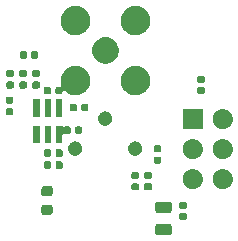
<source format=gbr>
G04 #@! TF.GenerationSoftware,KiCad,Pcbnew,(5.99.0-417-g8bd2765f3)*
G04 #@! TF.CreationDate,2020-07-21T00:36:45-04:00*
G04 #@! TF.ProjectId,tiav2,74696176-322e-46b6-9963-61645f706362,rev?*
G04 #@! TF.SameCoordinates,Original*
G04 #@! TF.FileFunction,Soldermask,Top*
G04 #@! TF.FilePolarity,Negative*
%FSLAX46Y46*%
G04 Gerber Fmt 4.6, Leading zero omitted, Abs format (unit mm)*
G04 Created by KiCad (PCBNEW (5.99.0-417-g8bd2765f3)) date 2020-07-21 00:36:45*
%MOMM*%
%LPD*%
G04 APERTURE LIST*
G04 APERTURE END LIST*
G36*
X205473119Y-106381390D02*
G01*
X205481447Y-106385897D01*
X205486581Y-106386918D01*
X205500416Y-106396162D01*
X205544663Y-106420107D01*
X205558103Y-106434707D01*
X205567209Y-106440791D01*
X205576487Y-106454677D01*
X205599760Y-106479958D01*
X205611954Y-106507757D01*
X205621082Y-106521419D01*
X205623684Y-106534500D01*
X205633501Y-106556881D01*
X205641728Y-106622882D01*
X205641728Y-107085523D01*
X205626610Y-107176119D01*
X205622103Y-107184447D01*
X205621082Y-107189581D01*
X205611838Y-107203416D01*
X205587893Y-107247663D01*
X205573293Y-107261103D01*
X205567209Y-107270209D01*
X205553323Y-107279487D01*
X205528042Y-107302760D01*
X205500243Y-107314954D01*
X205486581Y-107324082D01*
X205473500Y-107326684D01*
X205451119Y-107336501D01*
X205385118Y-107344728D01*
X204497477Y-107344728D01*
X204406881Y-107329610D01*
X204398553Y-107325103D01*
X204393419Y-107324082D01*
X204379584Y-107314838D01*
X204335337Y-107290893D01*
X204321897Y-107276293D01*
X204312791Y-107270209D01*
X204303513Y-107256323D01*
X204280240Y-107231042D01*
X204268046Y-107203243D01*
X204258918Y-107189581D01*
X204256316Y-107176500D01*
X204246499Y-107154119D01*
X204238272Y-107088118D01*
X204238272Y-106625477D01*
X204253390Y-106534881D01*
X204257897Y-106526553D01*
X204258918Y-106521419D01*
X204268162Y-106507584D01*
X204292107Y-106463337D01*
X204306707Y-106449897D01*
X204312791Y-106440791D01*
X204326677Y-106431513D01*
X204351958Y-106408240D01*
X204379757Y-106396046D01*
X204393419Y-106386918D01*
X204406500Y-106384316D01*
X204428881Y-106374499D01*
X204494882Y-106366272D01*
X205382523Y-106366272D01*
X205473119Y-106381390D01*
G37*
G36*
X206804042Y-105482892D02*
G01*
X206806268Y-105484270D01*
X206807162Y-105484448D01*
X206814830Y-105489571D01*
X206851117Y-105512039D01*
X206853828Y-105515629D01*
X206855952Y-105517048D01*
X206864036Y-105529147D01*
X206882678Y-105553833D01*
X206883845Y-105558793D01*
X206888552Y-105565838D01*
X206900000Y-105623390D01*
X206900000Y-105627481D01*
X206902449Y-105637893D01*
X206902449Y-105901025D01*
X206890108Y-105967042D01*
X206888730Y-105969268D01*
X206888552Y-105970162D01*
X206883429Y-105977830D01*
X206860961Y-106014117D01*
X206857371Y-106016828D01*
X206855952Y-106018952D01*
X206843853Y-106027036D01*
X206819167Y-106045678D01*
X206814207Y-106046845D01*
X206807162Y-106051552D01*
X206749610Y-106063000D01*
X206745519Y-106063000D01*
X206735107Y-106065449D01*
X206421975Y-106065449D01*
X206355958Y-106053108D01*
X206353732Y-106051730D01*
X206352838Y-106051552D01*
X206345170Y-106046429D01*
X206308883Y-106023961D01*
X206306172Y-106020371D01*
X206304048Y-106018952D01*
X206295964Y-106006853D01*
X206277322Y-105982167D01*
X206276155Y-105977207D01*
X206271448Y-105970162D01*
X206260000Y-105912610D01*
X206260000Y-105908519D01*
X206257551Y-105898107D01*
X206257551Y-105634975D01*
X206269892Y-105568958D01*
X206271270Y-105566732D01*
X206271448Y-105565838D01*
X206276571Y-105558170D01*
X206299039Y-105521883D01*
X206302629Y-105519172D01*
X206304048Y-105517048D01*
X206316147Y-105508964D01*
X206340833Y-105490322D01*
X206345793Y-105489155D01*
X206352838Y-105484448D01*
X206410390Y-105473000D01*
X206414481Y-105473000D01*
X206424893Y-105470551D01*
X206738025Y-105470551D01*
X206804042Y-105482892D01*
G37*
G36*
X195397064Y-104755847D02*
G01*
X195404935Y-104760107D01*
X195409316Y-104760978D01*
X195421119Y-104768865D01*
X195461428Y-104790678D01*
X195473673Y-104803980D01*
X195481674Y-104809326D01*
X195489827Y-104821528D01*
X195510999Y-104844527D01*
X195522091Y-104869814D01*
X195530022Y-104881684D01*
X195532283Y-104893050D01*
X195541460Y-104913972D01*
X195548928Y-104973886D01*
X195548928Y-105386517D01*
X195535153Y-105469064D01*
X195530893Y-105476935D01*
X195530022Y-105481316D01*
X195522135Y-105493119D01*
X195500322Y-105533428D01*
X195487020Y-105545673D01*
X195481674Y-105553674D01*
X195469472Y-105561827D01*
X195446473Y-105582999D01*
X195421186Y-105594091D01*
X195409316Y-105602022D01*
X195397950Y-105604283D01*
X195377028Y-105613460D01*
X195317114Y-105620928D01*
X194829483Y-105620928D01*
X194746936Y-105607153D01*
X194739065Y-105602893D01*
X194734684Y-105602022D01*
X194722881Y-105594135D01*
X194682572Y-105572322D01*
X194670327Y-105559020D01*
X194662326Y-105553674D01*
X194654173Y-105541472D01*
X194633001Y-105518473D01*
X194621909Y-105493186D01*
X194613978Y-105481316D01*
X194611717Y-105469950D01*
X194602540Y-105449028D01*
X194595072Y-105389114D01*
X194595072Y-104976483D01*
X194608847Y-104893936D01*
X194613107Y-104886065D01*
X194613978Y-104881684D01*
X194621865Y-104869881D01*
X194643678Y-104829572D01*
X194656980Y-104817327D01*
X194662326Y-104809326D01*
X194674528Y-104801173D01*
X194697527Y-104780001D01*
X194722814Y-104768909D01*
X194734684Y-104760978D01*
X194746050Y-104758717D01*
X194766972Y-104749540D01*
X194826886Y-104742072D01*
X195314517Y-104742072D01*
X195397064Y-104755847D01*
G37*
G36*
X205473119Y-104506390D02*
G01*
X205481447Y-104510897D01*
X205486581Y-104511918D01*
X205500416Y-104521162D01*
X205544663Y-104545107D01*
X205558103Y-104559707D01*
X205567209Y-104565791D01*
X205576487Y-104579677D01*
X205599760Y-104604958D01*
X205611954Y-104632757D01*
X205621082Y-104646419D01*
X205623684Y-104659500D01*
X205633501Y-104681881D01*
X205641728Y-104747882D01*
X205641728Y-105210523D01*
X205626610Y-105301119D01*
X205622103Y-105309447D01*
X205621082Y-105314581D01*
X205611838Y-105328416D01*
X205587893Y-105372663D01*
X205573293Y-105386103D01*
X205567209Y-105395209D01*
X205553323Y-105404487D01*
X205528042Y-105427760D01*
X205500243Y-105439954D01*
X205486581Y-105449082D01*
X205473500Y-105451684D01*
X205451119Y-105461501D01*
X205385118Y-105469728D01*
X204497477Y-105469728D01*
X204406881Y-105454610D01*
X204398553Y-105450103D01*
X204393419Y-105449082D01*
X204379584Y-105439838D01*
X204335337Y-105415893D01*
X204321897Y-105401293D01*
X204312791Y-105395209D01*
X204303513Y-105381323D01*
X204280240Y-105356042D01*
X204268046Y-105328243D01*
X204258918Y-105314581D01*
X204256316Y-105301500D01*
X204246499Y-105279119D01*
X204238272Y-105213118D01*
X204238272Y-104750477D01*
X204253390Y-104659881D01*
X204257897Y-104651553D01*
X204258918Y-104646419D01*
X204268162Y-104632584D01*
X204292107Y-104588337D01*
X204306707Y-104574897D01*
X204312791Y-104565791D01*
X204326677Y-104556513D01*
X204351958Y-104533240D01*
X204379757Y-104521046D01*
X204393419Y-104511918D01*
X204406500Y-104509316D01*
X204428881Y-104499499D01*
X204494882Y-104491272D01*
X205382523Y-104491272D01*
X205473119Y-104506390D01*
G37*
G36*
X206804042Y-104512892D02*
G01*
X206806268Y-104514270D01*
X206807162Y-104514448D01*
X206814830Y-104519571D01*
X206851117Y-104542039D01*
X206853828Y-104545629D01*
X206855952Y-104547048D01*
X206864036Y-104559147D01*
X206882678Y-104583833D01*
X206883845Y-104588793D01*
X206888552Y-104595838D01*
X206900000Y-104653390D01*
X206900000Y-104657481D01*
X206902449Y-104667893D01*
X206902449Y-104931025D01*
X206890108Y-104997042D01*
X206888730Y-104999268D01*
X206888552Y-105000162D01*
X206883429Y-105007830D01*
X206860961Y-105044117D01*
X206857371Y-105046828D01*
X206855952Y-105048952D01*
X206843853Y-105057036D01*
X206819167Y-105075678D01*
X206814207Y-105076845D01*
X206807162Y-105081552D01*
X206749610Y-105093000D01*
X206745519Y-105093000D01*
X206735107Y-105095449D01*
X206421975Y-105095449D01*
X206355958Y-105083108D01*
X206353732Y-105081730D01*
X206352838Y-105081552D01*
X206345170Y-105076429D01*
X206308883Y-105053961D01*
X206306172Y-105050371D01*
X206304048Y-105048952D01*
X206295964Y-105036853D01*
X206277322Y-105012167D01*
X206276155Y-105007207D01*
X206271448Y-105000162D01*
X206260000Y-104942610D01*
X206260000Y-104938519D01*
X206257551Y-104928107D01*
X206257551Y-104664975D01*
X206269892Y-104598958D01*
X206271270Y-104596732D01*
X206271448Y-104595838D01*
X206276571Y-104588170D01*
X206299039Y-104551883D01*
X206302629Y-104549172D01*
X206304048Y-104547048D01*
X206316147Y-104538964D01*
X206340833Y-104520322D01*
X206345793Y-104519155D01*
X206352838Y-104514448D01*
X206410390Y-104503000D01*
X206414481Y-104503000D01*
X206424893Y-104500551D01*
X206738025Y-104500551D01*
X206804042Y-104512892D01*
G37*
G36*
X195397064Y-103180847D02*
G01*
X195404935Y-103185107D01*
X195409316Y-103185978D01*
X195421119Y-103193865D01*
X195461428Y-103215678D01*
X195473673Y-103228980D01*
X195481674Y-103234326D01*
X195489827Y-103246528D01*
X195510999Y-103269527D01*
X195522091Y-103294814D01*
X195530022Y-103306684D01*
X195532283Y-103318050D01*
X195541460Y-103338972D01*
X195548928Y-103398886D01*
X195548928Y-103811517D01*
X195535153Y-103894064D01*
X195530893Y-103901935D01*
X195530022Y-103906316D01*
X195522135Y-103918119D01*
X195500322Y-103958428D01*
X195487020Y-103970673D01*
X195481674Y-103978674D01*
X195469472Y-103986827D01*
X195446473Y-104007999D01*
X195421186Y-104019091D01*
X195409316Y-104027022D01*
X195397950Y-104029283D01*
X195377028Y-104038460D01*
X195317114Y-104045928D01*
X194829483Y-104045928D01*
X194746936Y-104032153D01*
X194739065Y-104027893D01*
X194734684Y-104027022D01*
X194722881Y-104019135D01*
X194682572Y-103997322D01*
X194670327Y-103984020D01*
X194662326Y-103978674D01*
X194654173Y-103966472D01*
X194633001Y-103943473D01*
X194621909Y-103918186D01*
X194613978Y-103906316D01*
X194611717Y-103894950D01*
X194602540Y-103874028D01*
X194595072Y-103814114D01*
X194595072Y-103401483D01*
X194608847Y-103318936D01*
X194613107Y-103311065D01*
X194613978Y-103306684D01*
X194621865Y-103294881D01*
X194643678Y-103254572D01*
X194656980Y-103242327D01*
X194662326Y-103234326D01*
X194674528Y-103226173D01*
X194697527Y-103205001D01*
X194722814Y-103193909D01*
X194734684Y-103185978D01*
X194746050Y-103183717D01*
X194766972Y-103174540D01*
X194826886Y-103167072D01*
X195314517Y-103167072D01*
X195397064Y-103180847D01*
G37*
G36*
X202763642Y-102968292D02*
G01*
X202765868Y-102969670D01*
X202766762Y-102969848D01*
X202774430Y-102974971D01*
X202810717Y-102997439D01*
X202813428Y-103001029D01*
X202815552Y-103002448D01*
X202823636Y-103014547D01*
X202842278Y-103039233D01*
X202843445Y-103044193D01*
X202848152Y-103051238D01*
X202859600Y-103108790D01*
X202859600Y-103112881D01*
X202862049Y-103123293D01*
X202862049Y-103386425D01*
X202849708Y-103452442D01*
X202848330Y-103454668D01*
X202848152Y-103455562D01*
X202843029Y-103463230D01*
X202820561Y-103499517D01*
X202816971Y-103502228D01*
X202815552Y-103504352D01*
X202803453Y-103512436D01*
X202778767Y-103531078D01*
X202773807Y-103532245D01*
X202766762Y-103536952D01*
X202709210Y-103548400D01*
X202705119Y-103548400D01*
X202694707Y-103550849D01*
X202381575Y-103550849D01*
X202315558Y-103538508D01*
X202313332Y-103537130D01*
X202312438Y-103536952D01*
X202304770Y-103531829D01*
X202268483Y-103509361D01*
X202265772Y-103505771D01*
X202263648Y-103504352D01*
X202255564Y-103492253D01*
X202236922Y-103467567D01*
X202235755Y-103462607D01*
X202231048Y-103455562D01*
X202219600Y-103398010D01*
X202219600Y-103393919D01*
X202217151Y-103383507D01*
X202217151Y-103120375D01*
X202229492Y-103054358D01*
X202230870Y-103052132D01*
X202231048Y-103051238D01*
X202236171Y-103043570D01*
X202258639Y-103007283D01*
X202262229Y-103004572D01*
X202263648Y-103002448D01*
X202275747Y-102994364D01*
X202300433Y-102975722D01*
X202305393Y-102974555D01*
X202312438Y-102969848D01*
X202369990Y-102958400D01*
X202374081Y-102958400D01*
X202384493Y-102955951D01*
X202697625Y-102955951D01*
X202763642Y-102968292D01*
G37*
G36*
X203843642Y-102958292D02*
G01*
X203845868Y-102959670D01*
X203846762Y-102959848D01*
X203854430Y-102964971D01*
X203890717Y-102987439D01*
X203893428Y-102991029D01*
X203895552Y-102992448D01*
X203903636Y-103004547D01*
X203922278Y-103029233D01*
X203923445Y-103034193D01*
X203928152Y-103041238D01*
X203939600Y-103098790D01*
X203939600Y-103102881D01*
X203942049Y-103113293D01*
X203942049Y-103376425D01*
X203929708Y-103442442D01*
X203928330Y-103444668D01*
X203928152Y-103445562D01*
X203923029Y-103453230D01*
X203900561Y-103489517D01*
X203896971Y-103492228D01*
X203895552Y-103494352D01*
X203883453Y-103502436D01*
X203858767Y-103521078D01*
X203853807Y-103522245D01*
X203846762Y-103526952D01*
X203789210Y-103538400D01*
X203785119Y-103538400D01*
X203774707Y-103540849D01*
X203461575Y-103540849D01*
X203395558Y-103528508D01*
X203393332Y-103527130D01*
X203392438Y-103526952D01*
X203384770Y-103521829D01*
X203348483Y-103499361D01*
X203345772Y-103495771D01*
X203343648Y-103494352D01*
X203335564Y-103482253D01*
X203316922Y-103457567D01*
X203315755Y-103452607D01*
X203311048Y-103445562D01*
X203299600Y-103388010D01*
X203299600Y-103383919D01*
X203297151Y-103373507D01*
X203297151Y-103110375D01*
X203309492Y-103044358D01*
X203310870Y-103042132D01*
X203311048Y-103041238D01*
X203316171Y-103033570D01*
X203338639Y-102997283D01*
X203342229Y-102994572D01*
X203343648Y-102992448D01*
X203355747Y-102984364D01*
X203380433Y-102965722D01*
X203385393Y-102964555D01*
X203392438Y-102959848D01*
X203449990Y-102948400D01*
X203454081Y-102948400D01*
X203464493Y-102945951D01*
X203777625Y-102945951D01*
X203843642Y-102958292D01*
G37*
G36*
X209952970Y-101738828D02*
G01*
X209994714Y-101736786D01*
X210038955Y-101743635D01*
X210089646Y-101746469D01*
X210129950Y-101757722D01*
X210165368Y-101763205D01*
X210212898Y-101780881D01*
X210267524Y-101796133D01*
X210299207Y-101812979D01*
X210327214Y-101823395D01*
X210375259Y-101853417D01*
X210430588Y-101882836D01*
X210453375Y-101902230D01*
X210473657Y-101914903D01*
X210518979Y-101958063D01*
X210571230Y-102002532D01*
X210585714Y-102021614D01*
X210598709Y-102033989D01*
X210637815Y-102090254D01*
X210682888Y-102149636D01*
X210690428Y-102165953D01*
X210697263Y-102175788D01*
X210726606Y-102244250D01*
X210760353Y-102317286D01*
X210762928Y-102328996D01*
X210765288Y-102334503D01*
X210781456Y-102413267D01*
X210800011Y-102497659D01*
X210799346Y-102688273D01*
X210780192Y-102772580D01*
X210763484Y-102851185D01*
X210761086Y-102856673D01*
X210758430Y-102868365D01*
X210724170Y-102941169D01*
X210694351Y-103009423D01*
X210687447Y-103019210D01*
X210679796Y-103035469D01*
X210634330Y-103094508D01*
X210594814Y-103150526D01*
X210581727Y-103162816D01*
X210567114Y-103181791D01*
X210514566Y-103225884D01*
X210468934Y-103268735D01*
X210448560Y-103281269D01*
X210425639Y-103300502D01*
X210370106Y-103329534D01*
X210321855Y-103359218D01*
X210293778Y-103369437D01*
X210261974Y-103386064D01*
X210207241Y-103400934D01*
X210159585Y-103418280D01*
X210124126Y-103423516D01*
X210083753Y-103434485D01*
X210033048Y-103436965D01*
X209988758Y-103443505D01*
X209947030Y-103441172D01*
X209899292Y-103443507D01*
X209855101Y-103436033D01*
X209816345Y-103433866D01*
X209770188Y-103421671D01*
X209717197Y-103412708D01*
X209681163Y-103398149D01*
X209649392Y-103389755D01*
X209601308Y-103365886D01*
X209545963Y-103343525D01*
X209518813Y-103324935D01*
X209494720Y-103312975D01*
X209447736Y-103276268D01*
X209393580Y-103239186D01*
X209375141Y-103219551D01*
X209358643Y-103206661D01*
X209316146Y-103156727D01*
X209267157Y-103104559D01*
X209256423Y-103086552D01*
X209246723Y-103075155D01*
X209212273Y-103012490D01*
X209172592Y-102945925D01*
X209167863Y-102931708D01*
X209163535Y-102923836D01*
X209140635Y-102849859D01*
X209114298Y-102770685D01*
X209113358Y-102761738D01*
X209112471Y-102758874D01*
X209104331Y-102675859D01*
X209094993Y-102587015D01*
X209104963Y-102498127D01*
X209113671Y-102415283D01*
X209114575Y-102412432D01*
X209115579Y-102403485D01*
X209142485Y-102324451D01*
X209165886Y-102250680D01*
X209170267Y-102242841D01*
X209175096Y-102228656D01*
X209215246Y-102162361D01*
X209250127Y-102099948D01*
X209259904Y-102088621D01*
X209270766Y-102070686D01*
X209320130Y-102018848D01*
X209362965Y-101969224D01*
X209379550Y-101956452D01*
X209398126Y-101936945D01*
X209452529Y-101900250D01*
X209499778Y-101863863D01*
X209523964Y-101852067D01*
X209551234Y-101833673D01*
X209606715Y-101811706D01*
X209654980Y-101788166D01*
X209686816Y-101779992D01*
X209722946Y-101765687D01*
X209775996Y-101757095D01*
X209822238Y-101745222D01*
X209861010Y-101743326D01*
X209905252Y-101736160D01*
X209952970Y-101738828D01*
G37*
G36*
X207412970Y-101738828D02*
G01*
X207454714Y-101736786D01*
X207498955Y-101743635D01*
X207549646Y-101746469D01*
X207589950Y-101757722D01*
X207625368Y-101763205D01*
X207672898Y-101780881D01*
X207727524Y-101796133D01*
X207759207Y-101812979D01*
X207787214Y-101823395D01*
X207835259Y-101853417D01*
X207890588Y-101882836D01*
X207913375Y-101902230D01*
X207933657Y-101914903D01*
X207978979Y-101958063D01*
X208031230Y-102002532D01*
X208045714Y-102021614D01*
X208058709Y-102033989D01*
X208097815Y-102090254D01*
X208142888Y-102149636D01*
X208150428Y-102165953D01*
X208157263Y-102175788D01*
X208186606Y-102244250D01*
X208220353Y-102317286D01*
X208222928Y-102328996D01*
X208225288Y-102334503D01*
X208241456Y-102413267D01*
X208260011Y-102497659D01*
X208259346Y-102688273D01*
X208240192Y-102772580D01*
X208223484Y-102851185D01*
X208221086Y-102856673D01*
X208218430Y-102868365D01*
X208184170Y-102941169D01*
X208154351Y-103009423D01*
X208147447Y-103019210D01*
X208139796Y-103035469D01*
X208094330Y-103094508D01*
X208054814Y-103150526D01*
X208041727Y-103162816D01*
X208027114Y-103181791D01*
X207974566Y-103225884D01*
X207928934Y-103268735D01*
X207908560Y-103281269D01*
X207885639Y-103300502D01*
X207830106Y-103329534D01*
X207781855Y-103359218D01*
X207753778Y-103369437D01*
X207721974Y-103386064D01*
X207667241Y-103400934D01*
X207619585Y-103418280D01*
X207584126Y-103423516D01*
X207543753Y-103434485D01*
X207493048Y-103436965D01*
X207448758Y-103443505D01*
X207407030Y-103441172D01*
X207359292Y-103443507D01*
X207315101Y-103436033D01*
X207276345Y-103433866D01*
X207230188Y-103421671D01*
X207177197Y-103412708D01*
X207141163Y-103398149D01*
X207109392Y-103389755D01*
X207061308Y-103365886D01*
X207005963Y-103343525D01*
X206978813Y-103324935D01*
X206954720Y-103312975D01*
X206907736Y-103276268D01*
X206853580Y-103239186D01*
X206835141Y-103219551D01*
X206818643Y-103206661D01*
X206776146Y-103156727D01*
X206727157Y-103104559D01*
X206716423Y-103086552D01*
X206706723Y-103075155D01*
X206672273Y-103012490D01*
X206632592Y-102945925D01*
X206627863Y-102931708D01*
X206623535Y-102923836D01*
X206600635Y-102849859D01*
X206574298Y-102770685D01*
X206573358Y-102761738D01*
X206572471Y-102758874D01*
X206564331Y-102675859D01*
X206554993Y-102587015D01*
X206564963Y-102498127D01*
X206573671Y-102415283D01*
X206574575Y-102412432D01*
X206575579Y-102403485D01*
X206602485Y-102324451D01*
X206625886Y-102250680D01*
X206630267Y-102242841D01*
X206635096Y-102228656D01*
X206675246Y-102162361D01*
X206710127Y-102099948D01*
X206719904Y-102088621D01*
X206730766Y-102070686D01*
X206780130Y-102018848D01*
X206822965Y-101969224D01*
X206839550Y-101956452D01*
X206858126Y-101936945D01*
X206912529Y-101900250D01*
X206959778Y-101863863D01*
X206983964Y-101852067D01*
X207011234Y-101833673D01*
X207066715Y-101811706D01*
X207114980Y-101788166D01*
X207146816Y-101779992D01*
X207182946Y-101765687D01*
X207235996Y-101757095D01*
X207282238Y-101745222D01*
X207321010Y-101743326D01*
X207365252Y-101736160D01*
X207412970Y-101738828D01*
G37*
G36*
X202763642Y-101998292D02*
G01*
X202765868Y-101999670D01*
X202766762Y-101999848D01*
X202774430Y-102004971D01*
X202810717Y-102027439D01*
X202813428Y-102031029D01*
X202815552Y-102032448D01*
X202823636Y-102044547D01*
X202842278Y-102069233D01*
X202843445Y-102074193D01*
X202848152Y-102081238D01*
X202859600Y-102138790D01*
X202859600Y-102142881D01*
X202862049Y-102153293D01*
X202862049Y-102416425D01*
X202849708Y-102482442D01*
X202848330Y-102484668D01*
X202848152Y-102485562D01*
X202843029Y-102493230D01*
X202820561Y-102529517D01*
X202816971Y-102532228D01*
X202815552Y-102534352D01*
X202803453Y-102542436D01*
X202778767Y-102561078D01*
X202773807Y-102562245D01*
X202766762Y-102566952D01*
X202709210Y-102578400D01*
X202705119Y-102578400D01*
X202694707Y-102580849D01*
X202381575Y-102580849D01*
X202315558Y-102568508D01*
X202313332Y-102567130D01*
X202312438Y-102566952D01*
X202304770Y-102561829D01*
X202268483Y-102539361D01*
X202265772Y-102535771D01*
X202263648Y-102534352D01*
X202255564Y-102522253D01*
X202236922Y-102497567D01*
X202235755Y-102492607D01*
X202231048Y-102485562D01*
X202219600Y-102428010D01*
X202219600Y-102423919D01*
X202217151Y-102413507D01*
X202217151Y-102150375D01*
X202229492Y-102084358D01*
X202230870Y-102082132D01*
X202231048Y-102081238D01*
X202236171Y-102073570D01*
X202258639Y-102037283D01*
X202262229Y-102034572D01*
X202263648Y-102032448D01*
X202275747Y-102024364D01*
X202300433Y-102005722D01*
X202305393Y-102004555D01*
X202312438Y-101999848D01*
X202369990Y-101988400D01*
X202374081Y-101988400D01*
X202384493Y-101985951D01*
X202697625Y-101985951D01*
X202763642Y-101998292D01*
G37*
G36*
X203843642Y-101988292D02*
G01*
X203845868Y-101989670D01*
X203846762Y-101989848D01*
X203854430Y-101994971D01*
X203890717Y-102017439D01*
X203893428Y-102021029D01*
X203895552Y-102022448D01*
X203903636Y-102034547D01*
X203922278Y-102059233D01*
X203923445Y-102064193D01*
X203928152Y-102071238D01*
X203939600Y-102128790D01*
X203939600Y-102132881D01*
X203942049Y-102143293D01*
X203942049Y-102406425D01*
X203929708Y-102472442D01*
X203928330Y-102474668D01*
X203928152Y-102475562D01*
X203923029Y-102483230D01*
X203900561Y-102519517D01*
X203896971Y-102522228D01*
X203895552Y-102524352D01*
X203883453Y-102532436D01*
X203858767Y-102551078D01*
X203853807Y-102552245D01*
X203846762Y-102556952D01*
X203789210Y-102568400D01*
X203785119Y-102568400D01*
X203774707Y-102570849D01*
X203461575Y-102570849D01*
X203395558Y-102558508D01*
X203393332Y-102557130D01*
X203392438Y-102556952D01*
X203384770Y-102551829D01*
X203348483Y-102529361D01*
X203345772Y-102525771D01*
X203343648Y-102524352D01*
X203335564Y-102512253D01*
X203316922Y-102487567D01*
X203315755Y-102482607D01*
X203311048Y-102475562D01*
X203299600Y-102418010D01*
X203299600Y-102413919D01*
X203297151Y-102403507D01*
X203297151Y-102140375D01*
X203309492Y-102074358D01*
X203310870Y-102072132D01*
X203311048Y-102071238D01*
X203316171Y-102063570D01*
X203338639Y-102027283D01*
X203342229Y-102024572D01*
X203343648Y-102022448D01*
X203355747Y-102014364D01*
X203380433Y-101995722D01*
X203385393Y-101994555D01*
X203392438Y-101989848D01*
X203449990Y-101978400D01*
X203454081Y-101978400D01*
X203464493Y-101975951D01*
X203777625Y-101975951D01*
X203843642Y-101988292D01*
G37*
G36*
X196289442Y-101086692D02*
G01*
X196291668Y-101088070D01*
X196292562Y-101088248D01*
X196300230Y-101093371D01*
X196336517Y-101115839D01*
X196339228Y-101119429D01*
X196341352Y-101120848D01*
X196349436Y-101132947D01*
X196368078Y-101157633D01*
X196369245Y-101162593D01*
X196373952Y-101169638D01*
X196385400Y-101227190D01*
X196385400Y-101231281D01*
X196387849Y-101241693D01*
X196387849Y-101554825D01*
X196375508Y-101620842D01*
X196374130Y-101623068D01*
X196373952Y-101623962D01*
X196368829Y-101631630D01*
X196346361Y-101667917D01*
X196342771Y-101670628D01*
X196341352Y-101672752D01*
X196329253Y-101680836D01*
X196304567Y-101699478D01*
X196299607Y-101700645D01*
X196292562Y-101705352D01*
X196235010Y-101716800D01*
X196230919Y-101716800D01*
X196220507Y-101719249D01*
X195957375Y-101719249D01*
X195891358Y-101706908D01*
X195889132Y-101705530D01*
X195888238Y-101705352D01*
X195880570Y-101700229D01*
X195844283Y-101677761D01*
X195841572Y-101674171D01*
X195839448Y-101672752D01*
X195831364Y-101660653D01*
X195812722Y-101635967D01*
X195811555Y-101631007D01*
X195806848Y-101623962D01*
X195795400Y-101566410D01*
X195795400Y-101562319D01*
X195792951Y-101551907D01*
X195792951Y-101238775D01*
X195805292Y-101172758D01*
X195806670Y-101170532D01*
X195806848Y-101169638D01*
X195811971Y-101161970D01*
X195834439Y-101125683D01*
X195838029Y-101122972D01*
X195839448Y-101120848D01*
X195851547Y-101112764D01*
X195876233Y-101094122D01*
X195881193Y-101092955D01*
X195888238Y-101088248D01*
X195945790Y-101076800D01*
X195949881Y-101076800D01*
X195960293Y-101074351D01*
X196223425Y-101074351D01*
X196289442Y-101086692D01*
G37*
G36*
X195319442Y-101086692D02*
G01*
X195321668Y-101088070D01*
X195322562Y-101088248D01*
X195330230Y-101093371D01*
X195366517Y-101115839D01*
X195369228Y-101119429D01*
X195371352Y-101120848D01*
X195379436Y-101132947D01*
X195398078Y-101157633D01*
X195399245Y-101162593D01*
X195403952Y-101169638D01*
X195415400Y-101227190D01*
X195415400Y-101231281D01*
X195417849Y-101241693D01*
X195417849Y-101554825D01*
X195405508Y-101620842D01*
X195404130Y-101623068D01*
X195403952Y-101623962D01*
X195398829Y-101631630D01*
X195376361Y-101667917D01*
X195372771Y-101670628D01*
X195371352Y-101672752D01*
X195359253Y-101680836D01*
X195334567Y-101699478D01*
X195329607Y-101700645D01*
X195322562Y-101705352D01*
X195265010Y-101716800D01*
X195260919Y-101716800D01*
X195250507Y-101719249D01*
X194987375Y-101719249D01*
X194921358Y-101706908D01*
X194919132Y-101705530D01*
X194918238Y-101705352D01*
X194910570Y-101700229D01*
X194874283Y-101677761D01*
X194871572Y-101674171D01*
X194869448Y-101672752D01*
X194861364Y-101660653D01*
X194842722Y-101635967D01*
X194841555Y-101631007D01*
X194836848Y-101623962D01*
X194825400Y-101566410D01*
X194825400Y-101562319D01*
X194822951Y-101551907D01*
X194822951Y-101238775D01*
X194835292Y-101172758D01*
X194836670Y-101170532D01*
X194836848Y-101169638D01*
X194841971Y-101161970D01*
X194864439Y-101125683D01*
X194868029Y-101122972D01*
X194869448Y-101120848D01*
X194881547Y-101112764D01*
X194906233Y-101094122D01*
X194911193Y-101092955D01*
X194918238Y-101088248D01*
X194975790Y-101076800D01*
X194979881Y-101076800D01*
X194990293Y-101074351D01*
X195253425Y-101074351D01*
X195319442Y-101086692D01*
G37*
G36*
X204643242Y-100699892D02*
G01*
X204645468Y-100701270D01*
X204646362Y-100701448D01*
X204654030Y-100706571D01*
X204690317Y-100729039D01*
X204693028Y-100732629D01*
X204695152Y-100734048D01*
X204703236Y-100746147D01*
X204721878Y-100770833D01*
X204723045Y-100775793D01*
X204727752Y-100782838D01*
X204739200Y-100840390D01*
X204739200Y-100844481D01*
X204741649Y-100854893D01*
X204741649Y-101118025D01*
X204729308Y-101184042D01*
X204727930Y-101186268D01*
X204727752Y-101187162D01*
X204722629Y-101194830D01*
X204700161Y-101231117D01*
X204696571Y-101233828D01*
X204695152Y-101235952D01*
X204683053Y-101244036D01*
X204658367Y-101262678D01*
X204653407Y-101263845D01*
X204646362Y-101268552D01*
X204588810Y-101280000D01*
X204584719Y-101280000D01*
X204574307Y-101282449D01*
X204261175Y-101282449D01*
X204195158Y-101270108D01*
X204192932Y-101268730D01*
X204192038Y-101268552D01*
X204184370Y-101263429D01*
X204148083Y-101240961D01*
X204145372Y-101237371D01*
X204143248Y-101235952D01*
X204135164Y-101223853D01*
X204116522Y-101199167D01*
X204115355Y-101194207D01*
X204110648Y-101187162D01*
X204099200Y-101129610D01*
X204099200Y-101125519D01*
X204096751Y-101115107D01*
X204096751Y-100851975D01*
X204109092Y-100785958D01*
X204110470Y-100783732D01*
X204110648Y-100782838D01*
X204115771Y-100775170D01*
X204138239Y-100738883D01*
X204141829Y-100736172D01*
X204143248Y-100734048D01*
X204155347Y-100725964D01*
X204180033Y-100707322D01*
X204184993Y-100706155D01*
X204192038Y-100701448D01*
X204249590Y-100690000D01*
X204253681Y-100690000D01*
X204264093Y-100687551D01*
X204577225Y-100687551D01*
X204643242Y-100699892D01*
G37*
G36*
X207412970Y-99198828D02*
G01*
X207454714Y-99196786D01*
X207498955Y-99203635D01*
X207549646Y-99206469D01*
X207589950Y-99217722D01*
X207625368Y-99223205D01*
X207672898Y-99240881D01*
X207727524Y-99256133D01*
X207759207Y-99272979D01*
X207787214Y-99283395D01*
X207835259Y-99313417D01*
X207890588Y-99342836D01*
X207913375Y-99362230D01*
X207933657Y-99374903D01*
X207978979Y-99418063D01*
X208031230Y-99462532D01*
X208045714Y-99481614D01*
X208058709Y-99493989D01*
X208097815Y-99550254D01*
X208142888Y-99609636D01*
X208150428Y-99625953D01*
X208157263Y-99635788D01*
X208186606Y-99704250D01*
X208220353Y-99777286D01*
X208222928Y-99788996D01*
X208225288Y-99794503D01*
X208241456Y-99873267D01*
X208260011Y-99957659D01*
X208259346Y-100148273D01*
X208240192Y-100232580D01*
X208223484Y-100311185D01*
X208221086Y-100316673D01*
X208218430Y-100328365D01*
X208184170Y-100401169D01*
X208154351Y-100469423D01*
X208147447Y-100479210D01*
X208139796Y-100495469D01*
X208094330Y-100554508D01*
X208054814Y-100610526D01*
X208041727Y-100622816D01*
X208027114Y-100641791D01*
X207974566Y-100685884D01*
X207928934Y-100728735D01*
X207908560Y-100741269D01*
X207885639Y-100760502D01*
X207830106Y-100789534D01*
X207781855Y-100819218D01*
X207753778Y-100829437D01*
X207721974Y-100846064D01*
X207667241Y-100860934D01*
X207619585Y-100878280D01*
X207584126Y-100883516D01*
X207543753Y-100894485D01*
X207493048Y-100896965D01*
X207448758Y-100903505D01*
X207407030Y-100901172D01*
X207359292Y-100903507D01*
X207315101Y-100896033D01*
X207276345Y-100893866D01*
X207230188Y-100881671D01*
X207177197Y-100872708D01*
X207141163Y-100858149D01*
X207109392Y-100849755D01*
X207061308Y-100825886D01*
X207005963Y-100803525D01*
X206978813Y-100784935D01*
X206954720Y-100772975D01*
X206907736Y-100736268D01*
X206853580Y-100699186D01*
X206835141Y-100679551D01*
X206818643Y-100666661D01*
X206776146Y-100616727D01*
X206727157Y-100564559D01*
X206716423Y-100546552D01*
X206706723Y-100535155D01*
X206672273Y-100472490D01*
X206632592Y-100405925D01*
X206627863Y-100391708D01*
X206623535Y-100383836D01*
X206600635Y-100309859D01*
X206574298Y-100230685D01*
X206573358Y-100221738D01*
X206572471Y-100218874D01*
X206564331Y-100135859D01*
X206554993Y-100047015D01*
X206564963Y-99958127D01*
X206573671Y-99875283D01*
X206574575Y-99872432D01*
X206575579Y-99863485D01*
X206602485Y-99784451D01*
X206625886Y-99710680D01*
X206630267Y-99702841D01*
X206635096Y-99688656D01*
X206675246Y-99622361D01*
X206710127Y-99559948D01*
X206719904Y-99548621D01*
X206730766Y-99530686D01*
X206780130Y-99478848D01*
X206822965Y-99429224D01*
X206839550Y-99416452D01*
X206858126Y-99396945D01*
X206912529Y-99360250D01*
X206959778Y-99323863D01*
X206983964Y-99312067D01*
X207011234Y-99293673D01*
X207066715Y-99271706D01*
X207114980Y-99248166D01*
X207146816Y-99239992D01*
X207182946Y-99225687D01*
X207235996Y-99217095D01*
X207282238Y-99205222D01*
X207321010Y-99203326D01*
X207365252Y-99196160D01*
X207412970Y-99198828D01*
G37*
G36*
X209952970Y-99198828D02*
G01*
X209994714Y-99196786D01*
X210038955Y-99203635D01*
X210089646Y-99206469D01*
X210129950Y-99217722D01*
X210165368Y-99223205D01*
X210212898Y-99240881D01*
X210267524Y-99256133D01*
X210299207Y-99272979D01*
X210327214Y-99283395D01*
X210375259Y-99313417D01*
X210430588Y-99342836D01*
X210453375Y-99362230D01*
X210473657Y-99374903D01*
X210518979Y-99418063D01*
X210571230Y-99462532D01*
X210585714Y-99481614D01*
X210598709Y-99493989D01*
X210637815Y-99550254D01*
X210682888Y-99609636D01*
X210690428Y-99625953D01*
X210697263Y-99635788D01*
X210726606Y-99704250D01*
X210760353Y-99777286D01*
X210762928Y-99788996D01*
X210765288Y-99794503D01*
X210781456Y-99873267D01*
X210800011Y-99957659D01*
X210799346Y-100148273D01*
X210780192Y-100232580D01*
X210763484Y-100311185D01*
X210761086Y-100316673D01*
X210758430Y-100328365D01*
X210724170Y-100401169D01*
X210694351Y-100469423D01*
X210687447Y-100479210D01*
X210679796Y-100495469D01*
X210634330Y-100554508D01*
X210594814Y-100610526D01*
X210581727Y-100622816D01*
X210567114Y-100641791D01*
X210514566Y-100685884D01*
X210468934Y-100728735D01*
X210448560Y-100741269D01*
X210425639Y-100760502D01*
X210370106Y-100789534D01*
X210321855Y-100819218D01*
X210293778Y-100829437D01*
X210261974Y-100846064D01*
X210207241Y-100860934D01*
X210159585Y-100878280D01*
X210124126Y-100883516D01*
X210083753Y-100894485D01*
X210033048Y-100896965D01*
X209988758Y-100903505D01*
X209947030Y-100901172D01*
X209899292Y-100903507D01*
X209855101Y-100896033D01*
X209816345Y-100893866D01*
X209770188Y-100881671D01*
X209717197Y-100872708D01*
X209681163Y-100858149D01*
X209649392Y-100849755D01*
X209601308Y-100825886D01*
X209545963Y-100803525D01*
X209518813Y-100784935D01*
X209494720Y-100772975D01*
X209447736Y-100736268D01*
X209393580Y-100699186D01*
X209375141Y-100679551D01*
X209358643Y-100666661D01*
X209316146Y-100616727D01*
X209267157Y-100564559D01*
X209256423Y-100546552D01*
X209246723Y-100535155D01*
X209212273Y-100472490D01*
X209172592Y-100405925D01*
X209167863Y-100391708D01*
X209163535Y-100383836D01*
X209140635Y-100309859D01*
X209114298Y-100230685D01*
X209113358Y-100221738D01*
X209112471Y-100218874D01*
X209104331Y-100135859D01*
X209094993Y-100047015D01*
X209104963Y-99958127D01*
X209113671Y-99875283D01*
X209114575Y-99872432D01*
X209115579Y-99863485D01*
X209142485Y-99784451D01*
X209165886Y-99710680D01*
X209170267Y-99702841D01*
X209175096Y-99688656D01*
X209215246Y-99622361D01*
X209250127Y-99559948D01*
X209259904Y-99548621D01*
X209270766Y-99530686D01*
X209320130Y-99478848D01*
X209362965Y-99429224D01*
X209379550Y-99416452D01*
X209398126Y-99396945D01*
X209452529Y-99360250D01*
X209499778Y-99323863D01*
X209523964Y-99312067D01*
X209551234Y-99293673D01*
X209606715Y-99271706D01*
X209654980Y-99248166D01*
X209686816Y-99239992D01*
X209722946Y-99225687D01*
X209775996Y-99217095D01*
X209822238Y-99205222D01*
X209861010Y-99203326D01*
X209905252Y-99196160D01*
X209952970Y-99198828D01*
G37*
G36*
X196289442Y-100070692D02*
G01*
X196291668Y-100072070D01*
X196292562Y-100072248D01*
X196300230Y-100077371D01*
X196336517Y-100099839D01*
X196339228Y-100103429D01*
X196341352Y-100104848D01*
X196349436Y-100116947D01*
X196368078Y-100141633D01*
X196369245Y-100146593D01*
X196373952Y-100153638D01*
X196385400Y-100211190D01*
X196385400Y-100215281D01*
X196387849Y-100225693D01*
X196387849Y-100538825D01*
X196375508Y-100604842D01*
X196374130Y-100607068D01*
X196373952Y-100607962D01*
X196368829Y-100615630D01*
X196346361Y-100651917D01*
X196342771Y-100654628D01*
X196341352Y-100656752D01*
X196329253Y-100664836D01*
X196304567Y-100683478D01*
X196299607Y-100684645D01*
X196292562Y-100689352D01*
X196235010Y-100700800D01*
X196230919Y-100700800D01*
X196220507Y-100703249D01*
X195957375Y-100703249D01*
X195891358Y-100690908D01*
X195889132Y-100689530D01*
X195888238Y-100689352D01*
X195880570Y-100684229D01*
X195844283Y-100661761D01*
X195841572Y-100658171D01*
X195839448Y-100656752D01*
X195831364Y-100644653D01*
X195812722Y-100619967D01*
X195811555Y-100615007D01*
X195806848Y-100607962D01*
X195795400Y-100550410D01*
X195795400Y-100546319D01*
X195792951Y-100535907D01*
X195792951Y-100222775D01*
X195805292Y-100156758D01*
X195806670Y-100154532D01*
X195806848Y-100153638D01*
X195811971Y-100145970D01*
X195834439Y-100109683D01*
X195838029Y-100106972D01*
X195839448Y-100104848D01*
X195851547Y-100096764D01*
X195876233Y-100078122D01*
X195881193Y-100076955D01*
X195888238Y-100072248D01*
X195945790Y-100060800D01*
X195949881Y-100060800D01*
X195960293Y-100058351D01*
X196223425Y-100058351D01*
X196289442Y-100070692D01*
G37*
G36*
X195319442Y-100070692D02*
G01*
X195321668Y-100072070D01*
X195322562Y-100072248D01*
X195330230Y-100077371D01*
X195366517Y-100099839D01*
X195369228Y-100103429D01*
X195371352Y-100104848D01*
X195379436Y-100116947D01*
X195398078Y-100141633D01*
X195399245Y-100146593D01*
X195403952Y-100153638D01*
X195415400Y-100211190D01*
X195415400Y-100215281D01*
X195417849Y-100225693D01*
X195417849Y-100538825D01*
X195405508Y-100604842D01*
X195404130Y-100607068D01*
X195403952Y-100607962D01*
X195398829Y-100615630D01*
X195376361Y-100651917D01*
X195372771Y-100654628D01*
X195371352Y-100656752D01*
X195359253Y-100664836D01*
X195334567Y-100683478D01*
X195329607Y-100684645D01*
X195322562Y-100689352D01*
X195265010Y-100700800D01*
X195260919Y-100700800D01*
X195250507Y-100703249D01*
X194987375Y-100703249D01*
X194921358Y-100690908D01*
X194919132Y-100689530D01*
X194918238Y-100689352D01*
X194910570Y-100684229D01*
X194874283Y-100661761D01*
X194871572Y-100658171D01*
X194869448Y-100656752D01*
X194861364Y-100644653D01*
X194842722Y-100619967D01*
X194841555Y-100615007D01*
X194836848Y-100607962D01*
X194825400Y-100550410D01*
X194825400Y-100546319D01*
X194822951Y-100535907D01*
X194822951Y-100222775D01*
X194835292Y-100156758D01*
X194836670Y-100154532D01*
X194836848Y-100153638D01*
X194841971Y-100145970D01*
X194864439Y-100109683D01*
X194868029Y-100106972D01*
X194869448Y-100104848D01*
X194881547Y-100096764D01*
X194906233Y-100078122D01*
X194911193Y-100076955D01*
X194918238Y-100072248D01*
X194975790Y-100060800D01*
X194979881Y-100060800D01*
X194990293Y-100058351D01*
X195253425Y-100058351D01*
X195319442Y-100070692D01*
G37*
G36*
X202593952Y-99400000D02*
G01*
X202618991Y-99400000D01*
X202670968Y-99413927D01*
X202715610Y-99422000D01*
X202738772Y-99432095D01*
X202771591Y-99440889D01*
X202810533Y-99463372D01*
X202843867Y-99477901D01*
X202871273Y-99498441D01*
X202908408Y-99519881D01*
X202933919Y-99545392D01*
X202955828Y-99561812D01*
X202983538Y-99595011D01*
X203020119Y-99631592D01*
X203033690Y-99655098D01*
X203045479Y-99669222D01*
X203068856Y-99716006D01*
X203099111Y-99768409D01*
X203103818Y-99785975D01*
X203108018Y-99794381D01*
X203122138Y-99854346D01*
X203140000Y-99921009D01*
X203140000Y-100078991D01*
X203121052Y-100149707D01*
X203104342Y-100215501D01*
X203102451Y-100219126D01*
X203099111Y-100231591D01*
X203066312Y-100288401D01*
X203039628Y-100339550D01*
X203031058Y-100349461D01*
X203020119Y-100368408D01*
X202979884Y-100408643D01*
X202948118Y-100445380D01*
X202930202Y-100458325D01*
X202908408Y-100480119D01*
X202866760Y-100504164D01*
X202834709Y-100527323D01*
X202806005Y-100539242D01*
X202771591Y-100559111D01*
X202733711Y-100569261D01*
X202705498Y-100580976D01*
X202665954Y-100587416D01*
X202618991Y-100600000D01*
X202588690Y-100600000D01*
X202567402Y-100603467D01*
X202518443Y-100600000D01*
X202461009Y-100600000D01*
X202440377Y-100594472D01*
X202427841Y-100593584D01*
X202372262Y-100576220D01*
X202308409Y-100559111D01*
X202297692Y-100552924D01*
X202294294Y-100551862D01*
X202235173Y-100516828D01*
X202171592Y-100480119D01*
X202120592Y-100429119D01*
X202073201Y-100383434D01*
X202070125Y-100378652D01*
X202059881Y-100368408D01*
X202027847Y-100312925D01*
X201997513Y-100265765D01*
X201992620Y-100251910D01*
X201980889Y-100231591D01*
X201966558Y-100178108D01*
X201950924Y-100133835D01*
X201948387Y-100110293D01*
X201940000Y-100078991D01*
X201940000Y-100032453D01*
X201935935Y-99994727D01*
X201940000Y-99962321D01*
X201940000Y-99921009D01*
X201949744Y-99884646D01*
X201953349Y-99855903D01*
X201967904Y-99816870D01*
X201980889Y-99768409D01*
X201995249Y-99743537D01*
X202002231Y-99724813D01*
X202030396Y-99682660D01*
X202059881Y-99631592D01*
X202073859Y-99617614D01*
X202079964Y-99608477D01*
X202123832Y-99567641D01*
X202171592Y-99519881D01*
X202180929Y-99514490D01*
X202182371Y-99513148D01*
X202245140Y-99477418D01*
X202308409Y-99440889D01*
X202376887Y-99422540D01*
X202438216Y-99404549D01*
X202445476Y-99404162D01*
X202461009Y-99400000D01*
X202523573Y-99400000D01*
X202577932Y-99397103D01*
X202593952Y-99400000D01*
G37*
G36*
X197513952Y-99400000D02*
G01*
X197538991Y-99400000D01*
X197590968Y-99413927D01*
X197635610Y-99422000D01*
X197658772Y-99432095D01*
X197691591Y-99440889D01*
X197730533Y-99463372D01*
X197763867Y-99477901D01*
X197791273Y-99498441D01*
X197828408Y-99519881D01*
X197853919Y-99545392D01*
X197875828Y-99561812D01*
X197903538Y-99595011D01*
X197940119Y-99631592D01*
X197953690Y-99655098D01*
X197965479Y-99669222D01*
X197988856Y-99716006D01*
X198019111Y-99768409D01*
X198023818Y-99785975D01*
X198028018Y-99794381D01*
X198042138Y-99854346D01*
X198060000Y-99921009D01*
X198060000Y-100078991D01*
X198041052Y-100149707D01*
X198024342Y-100215501D01*
X198022451Y-100219126D01*
X198019111Y-100231591D01*
X197986312Y-100288401D01*
X197959628Y-100339550D01*
X197951058Y-100349461D01*
X197940119Y-100368408D01*
X197899884Y-100408643D01*
X197868118Y-100445380D01*
X197850202Y-100458325D01*
X197828408Y-100480119D01*
X197786760Y-100504164D01*
X197754709Y-100527323D01*
X197726005Y-100539242D01*
X197691591Y-100559111D01*
X197653711Y-100569261D01*
X197625498Y-100580976D01*
X197585954Y-100587416D01*
X197538991Y-100600000D01*
X197508690Y-100600000D01*
X197487402Y-100603467D01*
X197438443Y-100600000D01*
X197381009Y-100600000D01*
X197360377Y-100594472D01*
X197347841Y-100593584D01*
X197292262Y-100576220D01*
X197228409Y-100559111D01*
X197217692Y-100552924D01*
X197214294Y-100551862D01*
X197155173Y-100516828D01*
X197091592Y-100480119D01*
X197040592Y-100429119D01*
X196993201Y-100383434D01*
X196990125Y-100378652D01*
X196979881Y-100368408D01*
X196947847Y-100312925D01*
X196917513Y-100265765D01*
X196912620Y-100251910D01*
X196900889Y-100231591D01*
X196886558Y-100178108D01*
X196870924Y-100133835D01*
X196868387Y-100110293D01*
X196860000Y-100078991D01*
X196860000Y-100032453D01*
X196855935Y-99994727D01*
X196860000Y-99962321D01*
X196860000Y-99921009D01*
X196869744Y-99884646D01*
X196873349Y-99855903D01*
X196887904Y-99816870D01*
X196900889Y-99768409D01*
X196915249Y-99743537D01*
X196922231Y-99724813D01*
X196950396Y-99682660D01*
X196979881Y-99631592D01*
X196993859Y-99617614D01*
X196999964Y-99608477D01*
X197043832Y-99567641D01*
X197091592Y-99519881D01*
X197100929Y-99514490D01*
X197102371Y-99513148D01*
X197165140Y-99477418D01*
X197228409Y-99440889D01*
X197296887Y-99422540D01*
X197358216Y-99404549D01*
X197365476Y-99404162D01*
X197381009Y-99400000D01*
X197443573Y-99400000D01*
X197497932Y-99397103D01*
X197513952Y-99400000D01*
G37*
G36*
X204643242Y-99729892D02*
G01*
X204645468Y-99731270D01*
X204646362Y-99731448D01*
X204654030Y-99736571D01*
X204690317Y-99759039D01*
X204693028Y-99762629D01*
X204695152Y-99764048D01*
X204703236Y-99776147D01*
X204721878Y-99800833D01*
X204723045Y-99805793D01*
X204727752Y-99812838D01*
X204739200Y-99870390D01*
X204739200Y-99874481D01*
X204741649Y-99884893D01*
X204741649Y-100148025D01*
X204729308Y-100214042D01*
X204727930Y-100216268D01*
X204727752Y-100217162D01*
X204722629Y-100224830D01*
X204700161Y-100261117D01*
X204696571Y-100263828D01*
X204695152Y-100265952D01*
X204683053Y-100274036D01*
X204658367Y-100292678D01*
X204653407Y-100293845D01*
X204646362Y-100298552D01*
X204588810Y-100310000D01*
X204584719Y-100310000D01*
X204574307Y-100312449D01*
X204261175Y-100312449D01*
X204195158Y-100300108D01*
X204192932Y-100298730D01*
X204192038Y-100298552D01*
X204184370Y-100293429D01*
X204148083Y-100270961D01*
X204145372Y-100267371D01*
X204143248Y-100265952D01*
X204135164Y-100253853D01*
X204116522Y-100229167D01*
X204115355Y-100224207D01*
X204110648Y-100217162D01*
X204099200Y-100159610D01*
X204099200Y-100155519D01*
X204096751Y-100145107D01*
X204096751Y-99881975D01*
X204109092Y-99815958D01*
X204110470Y-99813732D01*
X204110648Y-99812838D01*
X204115771Y-99805170D01*
X204138239Y-99768883D01*
X204141829Y-99766172D01*
X204143248Y-99764048D01*
X204155347Y-99755964D01*
X204180033Y-99737322D01*
X204184993Y-99736155D01*
X204192038Y-99731448D01*
X204249590Y-99720000D01*
X204253681Y-99720000D01*
X204264093Y-99717551D01*
X204577225Y-99717551D01*
X204643242Y-99729892D01*
G37*
G36*
X194477598Y-98069399D02*
G01*
X194477600Y-98069401D01*
X194480048Y-98081709D01*
X194480048Y-99530291D01*
X194477600Y-99542599D01*
X194477598Y-99542601D01*
X194465290Y-99545049D01*
X193931108Y-99545049D01*
X193918800Y-99542601D01*
X193918798Y-99542599D01*
X193916350Y-99530291D01*
X193916350Y-98081709D01*
X193918798Y-98069401D01*
X193918800Y-98069399D01*
X193931108Y-98066951D01*
X194465290Y-98066951D01*
X194477598Y-98069399D01*
G37*
G36*
X195427599Y-98069399D02*
G01*
X195427601Y-98069401D01*
X195430049Y-98081709D01*
X195430049Y-99530291D01*
X195427601Y-99542599D01*
X195427599Y-99542601D01*
X195415291Y-99545049D01*
X194881109Y-99545049D01*
X194868801Y-99542601D01*
X194868799Y-99542599D01*
X194866351Y-99530291D01*
X194866351Y-98081709D01*
X194868799Y-98069401D01*
X194868801Y-98069399D01*
X194881109Y-98066951D01*
X195415291Y-98066951D01*
X195427599Y-98069399D01*
G37*
G36*
X196377600Y-98069399D02*
G01*
X196377601Y-98069400D01*
X196391416Y-98090075D01*
X196391461Y-98090045D01*
X196408370Y-98122370D01*
X196469575Y-98157223D01*
X196539907Y-98153453D01*
X196545388Y-98150508D01*
X196562193Y-98146556D01*
X196569238Y-98141848D01*
X196626790Y-98130400D01*
X196630881Y-98130400D01*
X196641293Y-98127951D01*
X196904425Y-98127951D01*
X196970442Y-98140292D01*
X196972668Y-98141670D01*
X196973562Y-98141848D01*
X196981230Y-98146971D01*
X197017517Y-98169439D01*
X197020228Y-98173029D01*
X197022352Y-98174448D01*
X197030436Y-98186547D01*
X197049078Y-98211233D01*
X197050245Y-98216193D01*
X197054952Y-98223238D01*
X197066400Y-98280790D01*
X197066400Y-98284881D01*
X197068849Y-98295293D01*
X197068849Y-98608425D01*
X197056508Y-98674442D01*
X197055130Y-98676668D01*
X197054952Y-98677562D01*
X197049829Y-98685230D01*
X197027361Y-98721517D01*
X197023771Y-98724228D01*
X197022352Y-98726352D01*
X197010253Y-98734436D01*
X196985567Y-98753078D01*
X196980607Y-98754245D01*
X196973562Y-98758952D01*
X196916010Y-98770400D01*
X196911919Y-98770400D01*
X196901507Y-98772849D01*
X196638375Y-98772849D01*
X196572360Y-98760508D01*
X196570852Y-98759575D01*
X196502948Y-98740871D01*
X196435712Y-98761847D01*
X196390489Y-98815844D01*
X196380050Y-98865852D01*
X196380050Y-99530291D01*
X196377602Y-99542599D01*
X196377600Y-99542601D01*
X196365292Y-99545049D01*
X195831110Y-99545049D01*
X195818802Y-99542601D01*
X195818800Y-99542599D01*
X195816352Y-99530291D01*
X195816352Y-98081709D01*
X195818800Y-98069401D01*
X195818802Y-98069399D01*
X195831110Y-98066951D01*
X196365292Y-98066951D01*
X196377600Y-98069399D01*
G37*
G36*
X197940442Y-98140292D02*
G01*
X197942668Y-98141670D01*
X197943562Y-98141848D01*
X197951230Y-98146971D01*
X197987517Y-98169439D01*
X197990228Y-98173029D01*
X197992352Y-98174448D01*
X198000436Y-98186547D01*
X198019078Y-98211233D01*
X198020245Y-98216193D01*
X198024952Y-98223238D01*
X198036400Y-98280790D01*
X198036400Y-98284881D01*
X198038849Y-98295293D01*
X198038849Y-98608425D01*
X198026508Y-98674442D01*
X198025130Y-98676668D01*
X198024952Y-98677562D01*
X198019829Y-98685230D01*
X197997361Y-98721517D01*
X197993771Y-98724228D01*
X197992352Y-98726352D01*
X197980253Y-98734436D01*
X197955567Y-98753078D01*
X197950607Y-98754245D01*
X197943562Y-98758952D01*
X197886010Y-98770400D01*
X197881919Y-98770400D01*
X197871507Y-98772849D01*
X197608375Y-98772849D01*
X197542358Y-98760508D01*
X197540132Y-98759130D01*
X197539238Y-98758952D01*
X197531570Y-98753829D01*
X197495283Y-98731361D01*
X197492572Y-98727771D01*
X197490448Y-98726352D01*
X197482364Y-98714253D01*
X197463722Y-98689567D01*
X197462555Y-98684607D01*
X197457848Y-98677562D01*
X197446400Y-98620010D01*
X197446400Y-98615919D01*
X197443951Y-98605507D01*
X197443951Y-98292375D01*
X197456292Y-98226358D01*
X197457670Y-98224132D01*
X197457848Y-98223238D01*
X197462971Y-98215570D01*
X197485439Y-98179283D01*
X197489029Y-98176572D01*
X197490448Y-98174448D01*
X197502547Y-98166364D01*
X197527233Y-98147722D01*
X197532193Y-98146555D01*
X197539238Y-98141848D01*
X197596790Y-98130400D01*
X197600881Y-98130400D01*
X197611293Y-98127951D01*
X197874425Y-98127951D01*
X197940442Y-98140292D01*
G37*
G36*
X209952970Y-96658828D02*
G01*
X209994714Y-96656786D01*
X210038955Y-96663635D01*
X210089646Y-96666469D01*
X210129950Y-96677722D01*
X210165368Y-96683205D01*
X210212898Y-96700881D01*
X210267524Y-96716133D01*
X210299207Y-96732979D01*
X210327214Y-96743395D01*
X210375259Y-96773417D01*
X210430588Y-96802836D01*
X210453375Y-96822230D01*
X210473657Y-96834903D01*
X210518979Y-96878063D01*
X210571230Y-96922532D01*
X210585714Y-96941614D01*
X210598709Y-96953989D01*
X210637815Y-97010254D01*
X210682888Y-97069636D01*
X210690428Y-97085953D01*
X210697263Y-97095788D01*
X210726606Y-97164250D01*
X210760353Y-97237286D01*
X210762928Y-97248996D01*
X210765288Y-97254503D01*
X210781456Y-97333267D01*
X210800011Y-97417659D01*
X210799346Y-97608273D01*
X210780192Y-97692580D01*
X210763484Y-97771185D01*
X210761086Y-97776673D01*
X210758430Y-97788365D01*
X210724170Y-97861169D01*
X210694351Y-97929423D01*
X210687447Y-97939210D01*
X210679796Y-97955469D01*
X210634330Y-98014508D01*
X210594814Y-98070526D01*
X210581727Y-98082816D01*
X210567114Y-98101791D01*
X210514566Y-98145884D01*
X210468934Y-98188735D01*
X210448560Y-98201269D01*
X210425639Y-98220502D01*
X210370106Y-98249534D01*
X210321855Y-98279218D01*
X210293778Y-98289437D01*
X210261974Y-98306064D01*
X210207241Y-98320934D01*
X210159585Y-98338280D01*
X210124126Y-98343516D01*
X210083753Y-98354485D01*
X210033048Y-98356965D01*
X209988758Y-98363505D01*
X209947030Y-98361172D01*
X209899292Y-98363507D01*
X209855101Y-98356033D01*
X209816345Y-98353866D01*
X209770188Y-98341671D01*
X209717197Y-98332708D01*
X209681163Y-98318149D01*
X209649392Y-98309755D01*
X209601308Y-98285886D01*
X209545963Y-98263525D01*
X209518813Y-98244935D01*
X209494720Y-98232975D01*
X209447736Y-98196268D01*
X209393580Y-98159186D01*
X209375141Y-98139551D01*
X209358643Y-98126661D01*
X209316146Y-98076727D01*
X209267157Y-98024559D01*
X209256423Y-98006552D01*
X209246723Y-97995155D01*
X209212273Y-97932490D01*
X209172592Y-97865925D01*
X209167863Y-97851708D01*
X209163535Y-97843836D01*
X209140635Y-97769859D01*
X209114298Y-97690685D01*
X209113358Y-97681738D01*
X209112471Y-97678874D01*
X209104331Y-97595859D01*
X209094993Y-97507015D01*
X209104963Y-97418127D01*
X209113671Y-97335283D01*
X209114575Y-97332432D01*
X209115579Y-97323485D01*
X209142485Y-97244451D01*
X209165886Y-97170680D01*
X209170267Y-97162841D01*
X209175096Y-97148656D01*
X209215246Y-97082361D01*
X209250127Y-97019948D01*
X209259904Y-97008621D01*
X209270766Y-96990686D01*
X209320130Y-96938848D01*
X209362965Y-96889224D01*
X209379550Y-96876452D01*
X209398126Y-96856945D01*
X209452529Y-96820250D01*
X209499778Y-96783863D01*
X209523964Y-96772067D01*
X209551234Y-96753673D01*
X209606715Y-96731706D01*
X209654980Y-96708166D01*
X209686816Y-96699992D01*
X209722946Y-96685687D01*
X209775996Y-96677095D01*
X209822238Y-96665222D01*
X209861010Y-96663326D01*
X209905252Y-96656160D01*
X209952970Y-96658828D01*
G37*
G36*
X208259999Y-96659999D02*
G01*
X208260001Y-96660001D01*
X208262449Y-96672309D01*
X208262449Y-98347691D01*
X208260001Y-98359999D01*
X208259999Y-98360001D01*
X208247691Y-98362449D01*
X206572309Y-98362449D01*
X206560001Y-98360001D01*
X206559999Y-98359999D01*
X206557551Y-98347691D01*
X206557551Y-96672309D01*
X206559999Y-96660001D01*
X206560001Y-96659999D01*
X206572309Y-96657551D01*
X208247691Y-96657551D01*
X208259999Y-96659999D01*
G37*
G36*
X200053952Y-96860000D02*
G01*
X200078991Y-96860000D01*
X200130968Y-96873927D01*
X200175610Y-96882000D01*
X200198772Y-96892095D01*
X200231591Y-96900889D01*
X200270533Y-96923372D01*
X200303867Y-96937901D01*
X200331273Y-96958441D01*
X200368408Y-96979881D01*
X200393919Y-97005392D01*
X200415828Y-97021812D01*
X200443538Y-97055011D01*
X200480119Y-97091592D01*
X200493690Y-97115098D01*
X200505479Y-97129222D01*
X200528856Y-97176006D01*
X200559111Y-97228409D01*
X200563818Y-97245975D01*
X200568018Y-97254381D01*
X200582138Y-97314346D01*
X200600000Y-97381009D01*
X200600000Y-97538991D01*
X200581052Y-97609707D01*
X200564342Y-97675501D01*
X200562451Y-97679126D01*
X200559111Y-97691591D01*
X200526312Y-97748401D01*
X200499628Y-97799550D01*
X200491058Y-97809461D01*
X200480119Y-97828408D01*
X200439884Y-97868643D01*
X200408118Y-97905380D01*
X200390202Y-97918325D01*
X200368408Y-97940119D01*
X200326760Y-97964164D01*
X200294709Y-97987323D01*
X200266005Y-97999242D01*
X200231591Y-98019111D01*
X200193711Y-98029261D01*
X200165498Y-98040976D01*
X200125954Y-98047416D01*
X200078991Y-98060000D01*
X200048690Y-98060000D01*
X200027402Y-98063467D01*
X199978443Y-98060000D01*
X199921009Y-98060000D01*
X199900377Y-98054472D01*
X199887841Y-98053584D01*
X199832262Y-98036220D01*
X199768409Y-98019111D01*
X199757692Y-98012924D01*
X199754294Y-98011862D01*
X199695173Y-97976828D01*
X199631592Y-97940119D01*
X199580592Y-97889119D01*
X199533201Y-97843434D01*
X199530125Y-97838652D01*
X199519881Y-97828408D01*
X199487847Y-97772925D01*
X199457513Y-97725765D01*
X199452620Y-97711910D01*
X199440889Y-97691591D01*
X199426558Y-97638108D01*
X199410924Y-97593835D01*
X199408387Y-97570293D01*
X199400000Y-97538991D01*
X199400000Y-97492453D01*
X199395935Y-97454727D01*
X199400000Y-97422321D01*
X199400000Y-97381009D01*
X199409744Y-97344646D01*
X199413349Y-97315903D01*
X199427904Y-97276870D01*
X199440889Y-97228409D01*
X199455249Y-97203537D01*
X199462231Y-97184813D01*
X199490396Y-97142660D01*
X199519881Y-97091592D01*
X199533859Y-97077614D01*
X199539964Y-97068477D01*
X199583832Y-97027641D01*
X199631592Y-96979881D01*
X199640929Y-96974490D01*
X199642371Y-96973148D01*
X199705140Y-96937418D01*
X199768409Y-96900889D01*
X199836887Y-96882540D01*
X199898216Y-96864549D01*
X199905476Y-96864162D01*
X199921009Y-96860000D01*
X199983573Y-96860000D01*
X200037932Y-96857103D01*
X200053952Y-96860000D01*
G37*
G36*
X194477598Y-95834199D02*
G01*
X194477600Y-95834201D01*
X194480048Y-95846509D01*
X194480048Y-97295091D01*
X194477600Y-97307399D01*
X194477598Y-97307401D01*
X194465290Y-97309849D01*
X193931108Y-97309849D01*
X193918800Y-97307401D01*
X193918798Y-97307399D01*
X193916350Y-97295091D01*
X193916350Y-95846509D01*
X193918798Y-95834201D01*
X193918800Y-95834199D01*
X193931108Y-95831751D01*
X194465290Y-95831751D01*
X194477598Y-95834199D01*
G37*
G36*
X195427599Y-95834199D02*
G01*
X195427601Y-95834201D01*
X195430049Y-95846509D01*
X195430049Y-97295091D01*
X195427601Y-97307399D01*
X195427599Y-97307401D01*
X195415291Y-97309849D01*
X194881109Y-97309849D01*
X194868801Y-97307401D01*
X194868799Y-97307399D01*
X194866351Y-97295091D01*
X194866351Y-95846509D01*
X194868799Y-95834201D01*
X194868801Y-95834199D01*
X194881109Y-95831751D01*
X195415291Y-95831751D01*
X195427599Y-95834199D01*
G37*
G36*
X196377600Y-95834199D02*
G01*
X196377602Y-95834201D01*
X196380050Y-95846509D01*
X196380050Y-97295091D01*
X196377602Y-97307399D01*
X196377600Y-97307401D01*
X196365292Y-97309849D01*
X195831110Y-97309849D01*
X195818802Y-97307401D01*
X195818800Y-97307399D01*
X195816352Y-97295091D01*
X195816352Y-95846509D01*
X195818800Y-95834201D01*
X195818802Y-95834199D01*
X195831110Y-95831751D01*
X196365292Y-95831751D01*
X196377600Y-95834199D01*
G37*
G36*
X192121042Y-96592892D02*
G01*
X192123268Y-96594270D01*
X192124162Y-96594448D01*
X192131830Y-96599571D01*
X192168117Y-96622039D01*
X192170828Y-96625629D01*
X192172952Y-96627048D01*
X192181036Y-96639147D01*
X192199678Y-96663833D01*
X192200845Y-96668793D01*
X192205552Y-96675838D01*
X192217000Y-96733390D01*
X192217000Y-96737481D01*
X192219449Y-96747893D01*
X192219449Y-97011025D01*
X192207108Y-97077042D01*
X192205730Y-97079268D01*
X192205552Y-97080162D01*
X192200429Y-97087830D01*
X192177961Y-97124117D01*
X192174371Y-97126828D01*
X192172952Y-97128952D01*
X192160853Y-97137036D01*
X192136167Y-97155678D01*
X192131207Y-97156845D01*
X192124162Y-97161552D01*
X192066610Y-97173000D01*
X192062519Y-97173000D01*
X192052107Y-97175449D01*
X191738975Y-97175449D01*
X191672958Y-97163108D01*
X191670732Y-97161730D01*
X191669838Y-97161552D01*
X191662170Y-97156429D01*
X191625883Y-97133961D01*
X191623172Y-97130371D01*
X191621048Y-97128952D01*
X191612964Y-97116853D01*
X191594322Y-97092167D01*
X191593155Y-97087207D01*
X191588448Y-97080162D01*
X191577000Y-97022610D01*
X191577000Y-97018519D01*
X191574551Y-97008107D01*
X191574551Y-96744975D01*
X191586892Y-96678958D01*
X191588270Y-96676732D01*
X191588448Y-96675838D01*
X191593571Y-96668170D01*
X191616039Y-96631883D01*
X191619629Y-96629172D01*
X191621048Y-96627048D01*
X191633147Y-96618964D01*
X191657833Y-96600322D01*
X191662793Y-96599155D01*
X191669838Y-96594448D01*
X191727390Y-96583000D01*
X191731481Y-96583000D01*
X191741893Y-96580551D01*
X192055025Y-96580551D01*
X192121042Y-96592892D01*
G37*
G36*
X198473842Y-96209892D02*
G01*
X198476068Y-96211270D01*
X198476962Y-96211448D01*
X198484630Y-96216571D01*
X198520917Y-96239039D01*
X198523628Y-96242629D01*
X198525752Y-96244048D01*
X198533836Y-96256147D01*
X198552478Y-96280833D01*
X198553645Y-96285793D01*
X198558352Y-96292838D01*
X198569800Y-96350390D01*
X198569800Y-96354481D01*
X198572249Y-96364893D01*
X198572249Y-96678025D01*
X198559908Y-96744042D01*
X198558530Y-96746268D01*
X198558352Y-96747162D01*
X198553229Y-96754830D01*
X198530761Y-96791117D01*
X198527171Y-96793828D01*
X198525752Y-96795952D01*
X198513653Y-96804036D01*
X198488967Y-96822678D01*
X198484007Y-96823845D01*
X198476962Y-96828552D01*
X198419410Y-96840000D01*
X198415319Y-96840000D01*
X198404907Y-96842449D01*
X198141775Y-96842449D01*
X198075758Y-96830108D01*
X198073532Y-96828730D01*
X198072638Y-96828552D01*
X198064970Y-96823429D01*
X198028683Y-96800961D01*
X198025972Y-96797371D01*
X198023848Y-96795952D01*
X198015764Y-96783853D01*
X197997122Y-96759167D01*
X197995955Y-96754207D01*
X197991248Y-96747162D01*
X197979800Y-96689610D01*
X197979800Y-96685519D01*
X197977351Y-96675107D01*
X197977351Y-96361975D01*
X197989692Y-96295958D01*
X197991070Y-96293732D01*
X197991248Y-96292838D01*
X197996371Y-96285170D01*
X198018839Y-96248883D01*
X198022429Y-96246172D01*
X198023848Y-96244048D01*
X198035947Y-96235964D01*
X198060633Y-96217322D01*
X198065593Y-96216155D01*
X198072638Y-96211448D01*
X198130190Y-96200000D01*
X198134281Y-96200000D01*
X198144693Y-96197551D01*
X198407825Y-96197551D01*
X198473842Y-96209892D01*
G37*
G36*
X197503842Y-96209892D02*
G01*
X197506068Y-96211270D01*
X197506962Y-96211448D01*
X197514630Y-96216571D01*
X197550917Y-96239039D01*
X197553628Y-96242629D01*
X197555752Y-96244048D01*
X197563836Y-96256147D01*
X197582478Y-96280833D01*
X197583645Y-96285793D01*
X197588352Y-96292838D01*
X197599800Y-96350390D01*
X197599800Y-96354481D01*
X197602249Y-96364893D01*
X197602249Y-96678025D01*
X197589908Y-96744042D01*
X197588530Y-96746268D01*
X197588352Y-96747162D01*
X197583229Y-96754830D01*
X197560761Y-96791117D01*
X197557171Y-96793828D01*
X197555752Y-96795952D01*
X197543653Y-96804036D01*
X197518967Y-96822678D01*
X197514007Y-96823845D01*
X197506962Y-96828552D01*
X197449410Y-96840000D01*
X197445319Y-96840000D01*
X197434907Y-96842449D01*
X197171775Y-96842449D01*
X197105758Y-96830108D01*
X197103532Y-96828730D01*
X197102638Y-96828552D01*
X197094970Y-96823429D01*
X197058683Y-96800961D01*
X197055972Y-96797371D01*
X197053848Y-96795952D01*
X197045764Y-96783853D01*
X197027122Y-96759167D01*
X197025955Y-96754207D01*
X197021248Y-96747162D01*
X197009800Y-96689610D01*
X197009800Y-96685519D01*
X197007351Y-96675107D01*
X197007351Y-96361975D01*
X197019692Y-96295958D01*
X197021070Y-96293732D01*
X197021248Y-96292838D01*
X197026371Y-96285170D01*
X197048839Y-96248883D01*
X197052429Y-96246172D01*
X197053848Y-96244048D01*
X197065947Y-96235964D01*
X197090633Y-96217322D01*
X197095593Y-96216155D01*
X197102638Y-96211448D01*
X197160190Y-96200000D01*
X197164281Y-96200000D01*
X197174693Y-96197551D01*
X197437825Y-96197551D01*
X197503842Y-96209892D01*
G37*
G36*
X192121042Y-95622892D02*
G01*
X192123268Y-95624270D01*
X192124162Y-95624448D01*
X192131830Y-95629571D01*
X192168117Y-95652039D01*
X192170828Y-95655629D01*
X192172952Y-95657048D01*
X192181036Y-95669147D01*
X192199678Y-95693833D01*
X192200845Y-95698793D01*
X192205552Y-95705838D01*
X192217000Y-95763390D01*
X192217000Y-95767481D01*
X192219449Y-95777893D01*
X192219449Y-96041025D01*
X192207108Y-96107042D01*
X192205730Y-96109268D01*
X192205552Y-96110162D01*
X192200429Y-96117830D01*
X192177961Y-96154117D01*
X192174371Y-96156828D01*
X192172952Y-96158952D01*
X192160853Y-96167036D01*
X192136167Y-96185678D01*
X192131207Y-96186845D01*
X192124162Y-96191552D01*
X192066610Y-96203000D01*
X192062519Y-96203000D01*
X192052107Y-96205449D01*
X191738975Y-96205449D01*
X191672958Y-96193108D01*
X191670732Y-96191730D01*
X191669838Y-96191552D01*
X191662170Y-96186429D01*
X191625883Y-96163961D01*
X191623172Y-96160371D01*
X191621048Y-96158952D01*
X191612964Y-96146853D01*
X191594322Y-96122167D01*
X191593155Y-96117207D01*
X191588448Y-96110162D01*
X191577000Y-96052610D01*
X191577000Y-96048519D01*
X191574551Y-96038107D01*
X191574551Y-95774975D01*
X191586892Y-95708958D01*
X191588270Y-95706732D01*
X191588448Y-95705838D01*
X191593571Y-95698170D01*
X191616039Y-95661883D01*
X191619629Y-95659172D01*
X191621048Y-95657048D01*
X191633147Y-95648964D01*
X191657833Y-95630322D01*
X191662793Y-95629155D01*
X191669838Y-95624448D01*
X191727390Y-95613000D01*
X191731481Y-95613000D01*
X191741893Y-95610551D01*
X192055025Y-95610551D01*
X192121042Y-95622892D01*
G37*
G36*
X197494698Y-92982998D02*
G01*
X197557246Y-92981032D01*
X197607127Y-92988398D01*
X197650915Y-92990501D01*
X197710589Y-93003676D01*
X197777985Y-93013628D01*
X197820552Y-93027953D01*
X197858067Y-93036236D01*
X197919637Y-93061299D01*
X197989464Y-93084799D01*
X198023983Y-93103776D01*
X198054538Y-93116214D01*
X198115528Y-93154103D01*
X198184997Y-93192294D01*
X198211335Y-93213622D01*
X198234732Y-93228157D01*
X198292388Y-93279257D01*
X198358405Y-93332716D01*
X198376960Y-93354212D01*
X198393486Y-93368859D01*
X198444924Y-93432950D01*
X198504205Y-93501627D01*
X198515858Y-93521330D01*
X198526266Y-93534299D01*
X198568587Y-93610492D01*
X198617789Y-93693687D01*
X198623848Y-93709979D01*
X198629273Y-93719746D01*
X198659653Y-93806257D01*
X198695567Y-93902826D01*
X198697670Y-93914512D01*
X198699560Y-93919895D01*
X198715409Y-94013107D01*
X198735080Y-94122433D01*
X198734936Y-94127943D01*
X198735018Y-94128427D01*
X198732532Y-94365729D01*
X198728104Y-94388831D01*
X198727528Y-94410838D01*
X198707611Y-94495753D01*
X198692716Y-94573469D01*
X198683812Y-94597220D01*
X198676575Y-94628076D01*
X198644189Y-94702917D01*
X198618251Y-94772107D01*
X198602734Y-94798715D01*
X198587959Y-94832858D01*
X198545942Y-94896098D01*
X198511384Y-94955356D01*
X198488108Y-94983144D01*
X198464478Y-95018710D01*
X198415794Y-95069477D01*
X198375169Y-95117978D01*
X198343407Y-95144962D01*
X198310038Y-95179759D01*
X198257627Y-95217838D01*
X198213502Y-95255325D01*
X198172984Y-95279335D01*
X198129519Y-95310914D01*
X198076173Y-95336703D01*
X198031011Y-95363464D01*
X197981984Y-95382235D01*
X197928628Y-95408028D01*
X197876875Y-95422478D01*
X197832893Y-95439317D01*
X197776113Y-95450611D01*
X197713715Y-95468033D01*
X197665715Y-95472570D01*
X197624839Y-95480701D01*
X197561600Y-95482412D01*
X197491571Y-95489032D01*
X197449019Y-95485459D01*
X197412789Y-95486439D01*
X197344875Y-95476713D01*
X197269221Y-95470360D01*
X197233296Y-95460734D01*
X197202795Y-95456366D01*
X197132450Y-95433713D01*
X197053690Y-95412609D01*
X197025010Y-95399113D01*
X197000872Y-95391340D01*
X196930730Y-95354749D01*
X196851793Y-95317604D01*
X196830444Y-95302432D01*
X196812793Y-95293224D01*
X196745740Y-95242236D01*
X196669911Y-95188347D01*
X196655443Y-95173573D01*
X196643939Y-95164825D01*
X196598792Y-95116495D01*
X196538159Y-95080657D01*
X196467776Y-95083288D01*
X196409988Y-95123553D01*
X196382449Y-95201824D01*
X196382449Y-95258025D01*
X196370108Y-95324042D01*
X196368730Y-95326268D01*
X196368552Y-95327162D01*
X196363429Y-95334830D01*
X196340961Y-95371117D01*
X196337371Y-95373828D01*
X196335952Y-95375952D01*
X196323853Y-95384036D01*
X196299167Y-95402678D01*
X196294207Y-95403845D01*
X196287162Y-95408552D01*
X196229610Y-95420000D01*
X196225519Y-95420000D01*
X196215107Y-95422449D01*
X195951975Y-95422449D01*
X195885958Y-95410108D01*
X195883732Y-95408730D01*
X195882838Y-95408552D01*
X195875170Y-95403429D01*
X195838883Y-95380961D01*
X195836172Y-95377371D01*
X195834048Y-95375952D01*
X195825964Y-95363853D01*
X195807322Y-95339167D01*
X195806155Y-95334207D01*
X195801448Y-95327162D01*
X195790000Y-95269610D01*
X195790000Y-95265519D01*
X195787551Y-95255107D01*
X195787551Y-94941975D01*
X195799892Y-94875958D01*
X195801270Y-94873732D01*
X195801448Y-94872838D01*
X195806571Y-94865170D01*
X195829039Y-94828883D01*
X195832629Y-94826172D01*
X195834048Y-94824048D01*
X195846147Y-94815964D01*
X195870833Y-94797322D01*
X195875793Y-94796155D01*
X195882838Y-94791448D01*
X195940390Y-94780000D01*
X195944481Y-94780000D01*
X195954893Y-94777551D01*
X196172156Y-94777551D01*
X196239736Y-94757708D01*
X196285859Y-94704478D01*
X196293386Y-94623305D01*
X196266578Y-94514164D01*
X196246271Y-94432413D01*
X196246173Y-94431089D01*
X196244392Y-94423840D01*
X196237536Y-94314877D01*
X196230550Y-94220864D01*
X196231196Y-94214096D01*
X196230381Y-94201147D01*
X196242071Y-94100114D01*
X196250698Y-94009691D01*
X196253902Y-93997857D01*
X196256027Y-93979492D01*
X196283610Y-93888134D01*
X196306139Y-93804924D01*
X196313590Y-93788836D01*
X196320520Y-93765882D01*
X196361157Y-93686127D01*
X196395284Y-93612439D01*
X196408432Y-93593344D01*
X196421820Y-93567069D01*
X196472490Y-93500314D01*
X196515591Y-93437719D01*
X196535568Y-93417212D01*
X196556727Y-93389336D01*
X196614258Y-93336434D01*
X196663617Y-93285765D01*
X196691170Y-93265710D01*
X196720975Y-93238303D01*
X196782241Y-93199422D01*
X196835123Y-93160931D01*
X196870522Y-93143397D01*
X196909372Y-93118742D01*
X196971415Y-93093423D01*
X197025218Y-93066773D01*
X197068263Y-93053900D01*
X197115965Y-93034433D01*
X197176085Y-93021654D01*
X197228452Y-93005993D01*
X197278420Y-92999902D01*
X197334222Y-92988041D01*
X197390142Y-92986284D01*
X197439033Y-92980324D01*
X197494698Y-92982998D01*
G37*
G36*
X202574698Y-92982998D02*
G01*
X202637246Y-92981032D01*
X202687127Y-92988398D01*
X202730915Y-92990501D01*
X202790589Y-93003676D01*
X202857985Y-93013628D01*
X202900552Y-93027953D01*
X202938067Y-93036236D01*
X202999637Y-93061299D01*
X203069464Y-93084799D01*
X203103983Y-93103776D01*
X203134538Y-93116214D01*
X203195528Y-93154103D01*
X203264997Y-93192294D01*
X203291335Y-93213622D01*
X203314732Y-93228157D01*
X203372388Y-93279257D01*
X203438405Y-93332716D01*
X203456960Y-93354212D01*
X203473486Y-93368859D01*
X203524924Y-93432950D01*
X203584205Y-93501627D01*
X203595858Y-93521330D01*
X203606266Y-93534299D01*
X203648587Y-93610492D01*
X203697789Y-93693687D01*
X203703848Y-93709979D01*
X203709273Y-93719746D01*
X203739653Y-93806257D01*
X203775567Y-93902826D01*
X203777670Y-93914512D01*
X203779560Y-93919895D01*
X203795409Y-94013107D01*
X203815080Y-94122433D01*
X203814936Y-94127943D01*
X203815018Y-94128427D01*
X203812532Y-94365729D01*
X203808104Y-94388831D01*
X203807528Y-94410838D01*
X203787611Y-94495753D01*
X203772716Y-94573469D01*
X203763812Y-94597220D01*
X203756575Y-94628076D01*
X203724189Y-94702917D01*
X203698251Y-94772107D01*
X203682734Y-94798715D01*
X203667959Y-94832858D01*
X203625942Y-94896098D01*
X203591384Y-94955356D01*
X203568108Y-94983144D01*
X203544478Y-95018710D01*
X203495794Y-95069477D01*
X203455169Y-95117978D01*
X203423407Y-95144962D01*
X203390038Y-95179759D01*
X203337627Y-95217838D01*
X203293502Y-95255325D01*
X203252984Y-95279335D01*
X203209519Y-95310914D01*
X203156173Y-95336703D01*
X203111011Y-95363464D01*
X203061984Y-95382235D01*
X203008628Y-95408028D01*
X202956875Y-95422478D01*
X202912893Y-95439317D01*
X202856113Y-95450611D01*
X202793715Y-95468033D01*
X202745715Y-95472570D01*
X202704839Y-95480701D01*
X202641600Y-95482412D01*
X202571571Y-95489032D01*
X202529019Y-95485459D01*
X202492789Y-95486439D01*
X202424875Y-95476713D01*
X202349221Y-95470360D01*
X202313296Y-95460734D01*
X202282795Y-95456366D01*
X202212450Y-95433713D01*
X202133690Y-95412609D01*
X202105010Y-95399113D01*
X202080872Y-95391340D01*
X202010730Y-95354749D01*
X201931793Y-95317604D01*
X201910444Y-95302432D01*
X201892793Y-95293224D01*
X201825740Y-95242236D01*
X201749911Y-95188347D01*
X201735443Y-95173573D01*
X201723939Y-95164825D01*
X201663125Y-95099724D01*
X201593793Y-95028924D01*
X201585263Y-95016373D01*
X201579126Y-95009803D01*
X201527884Y-94931943D01*
X201468373Y-94844375D01*
X201464440Y-94835541D01*
X201462509Y-94832607D01*
X201424999Y-94746954D01*
X201377617Y-94640532D01*
X201346590Y-94514213D01*
X201326271Y-94432413D01*
X201326173Y-94431089D01*
X201324392Y-94423840D01*
X201317536Y-94314877D01*
X201310550Y-94220864D01*
X201311196Y-94214096D01*
X201310381Y-94201147D01*
X201322071Y-94100114D01*
X201330698Y-94009691D01*
X201333902Y-93997857D01*
X201336027Y-93979492D01*
X201363610Y-93888134D01*
X201386139Y-93804924D01*
X201393590Y-93788836D01*
X201400520Y-93765882D01*
X201441157Y-93686127D01*
X201475284Y-93612439D01*
X201488432Y-93593344D01*
X201501820Y-93567069D01*
X201552490Y-93500314D01*
X201595591Y-93437719D01*
X201615568Y-93417212D01*
X201636727Y-93389336D01*
X201694258Y-93336434D01*
X201743617Y-93285765D01*
X201771170Y-93265710D01*
X201800975Y-93238303D01*
X201862241Y-93199422D01*
X201915123Y-93160931D01*
X201950522Y-93143397D01*
X201989372Y-93118742D01*
X202051415Y-93093423D01*
X202105218Y-93066773D01*
X202148263Y-93053900D01*
X202195965Y-93034433D01*
X202256085Y-93021654D01*
X202308452Y-93005993D01*
X202358420Y-92999902D01*
X202414222Y-92988041D01*
X202470142Y-92986284D01*
X202519033Y-92980324D01*
X202574698Y-92982998D01*
G37*
G36*
X195314042Y-94789892D02*
G01*
X195316268Y-94791270D01*
X195317162Y-94791448D01*
X195324830Y-94796571D01*
X195361117Y-94819039D01*
X195363828Y-94822629D01*
X195365952Y-94824048D01*
X195374036Y-94836147D01*
X195392678Y-94860833D01*
X195393845Y-94865793D01*
X195398552Y-94872838D01*
X195410000Y-94930390D01*
X195410000Y-94934481D01*
X195412449Y-94944893D01*
X195412449Y-95258025D01*
X195400108Y-95324042D01*
X195398730Y-95326268D01*
X195398552Y-95327162D01*
X195393429Y-95334830D01*
X195370961Y-95371117D01*
X195367371Y-95373828D01*
X195365952Y-95375952D01*
X195353853Y-95384036D01*
X195329167Y-95402678D01*
X195324207Y-95403845D01*
X195317162Y-95408552D01*
X195259610Y-95420000D01*
X195255519Y-95420000D01*
X195245107Y-95422449D01*
X194981975Y-95422449D01*
X194915958Y-95410108D01*
X194913732Y-95408730D01*
X194912838Y-95408552D01*
X194905170Y-95403429D01*
X194868883Y-95380961D01*
X194866172Y-95377371D01*
X194864048Y-95375952D01*
X194855964Y-95363853D01*
X194837322Y-95339167D01*
X194836155Y-95334207D01*
X194831448Y-95327162D01*
X194820000Y-95269610D01*
X194820000Y-95265519D01*
X194817551Y-95255107D01*
X194817551Y-94941975D01*
X194829892Y-94875958D01*
X194831270Y-94873732D01*
X194831448Y-94872838D01*
X194836571Y-94865170D01*
X194859039Y-94828883D01*
X194862629Y-94826172D01*
X194864048Y-94824048D01*
X194876147Y-94815964D01*
X194900833Y-94797322D01*
X194905793Y-94796155D01*
X194912838Y-94791448D01*
X194970390Y-94780000D01*
X194974481Y-94780000D01*
X194984893Y-94777551D01*
X195248025Y-94777551D01*
X195314042Y-94789892D01*
G37*
G36*
X208324042Y-94814892D02*
G01*
X208326268Y-94816270D01*
X208327162Y-94816448D01*
X208334830Y-94821571D01*
X208371117Y-94844039D01*
X208373828Y-94847629D01*
X208375952Y-94849048D01*
X208384036Y-94861147D01*
X208402678Y-94885833D01*
X208403845Y-94890793D01*
X208408552Y-94897838D01*
X208420000Y-94955390D01*
X208420000Y-94959481D01*
X208422449Y-94969893D01*
X208422449Y-95233025D01*
X208410108Y-95299042D01*
X208408730Y-95301268D01*
X208408552Y-95302162D01*
X208403429Y-95309830D01*
X208380961Y-95346117D01*
X208377371Y-95348828D01*
X208375952Y-95350952D01*
X208363853Y-95359036D01*
X208339167Y-95377678D01*
X208334207Y-95378845D01*
X208327162Y-95383552D01*
X208269610Y-95395000D01*
X208265519Y-95395000D01*
X208255107Y-95397449D01*
X207941975Y-95397449D01*
X207875958Y-95385108D01*
X207873732Y-95383730D01*
X207872838Y-95383552D01*
X207865170Y-95378429D01*
X207828883Y-95355961D01*
X207826172Y-95352371D01*
X207824048Y-95350952D01*
X207815964Y-95338853D01*
X207797322Y-95314167D01*
X207796155Y-95309207D01*
X207791448Y-95302162D01*
X207780000Y-95244610D01*
X207780000Y-95240519D01*
X207777551Y-95230107D01*
X207777551Y-94966975D01*
X207789892Y-94900958D01*
X207791270Y-94898732D01*
X207791448Y-94897838D01*
X207796571Y-94890170D01*
X207819039Y-94853883D01*
X207822629Y-94851172D01*
X207824048Y-94849048D01*
X207836147Y-94840964D01*
X207860833Y-94822322D01*
X207865793Y-94821155D01*
X207872838Y-94816448D01*
X207930390Y-94805000D01*
X207934481Y-94805000D01*
X207944893Y-94802551D01*
X208258025Y-94802551D01*
X208324042Y-94814892D01*
G37*
G36*
X194372242Y-94338292D02*
G01*
X194374468Y-94339670D01*
X194375362Y-94339848D01*
X194383030Y-94344971D01*
X194419317Y-94367439D01*
X194422028Y-94371029D01*
X194424152Y-94372448D01*
X194432236Y-94384547D01*
X194450878Y-94409233D01*
X194452045Y-94414193D01*
X194456752Y-94421238D01*
X194468200Y-94478790D01*
X194468200Y-94482881D01*
X194470649Y-94493293D01*
X194470649Y-94756425D01*
X194458308Y-94822442D01*
X194456930Y-94824668D01*
X194456752Y-94825562D01*
X194451629Y-94833230D01*
X194429161Y-94869517D01*
X194425571Y-94872228D01*
X194424152Y-94874352D01*
X194412053Y-94882436D01*
X194387367Y-94901078D01*
X194382407Y-94902245D01*
X194375362Y-94906952D01*
X194317810Y-94918400D01*
X194313719Y-94918400D01*
X194303307Y-94920849D01*
X193990175Y-94920849D01*
X193924158Y-94908508D01*
X193921932Y-94907130D01*
X193921038Y-94906952D01*
X193913370Y-94901829D01*
X193877083Y-94879361D01*
X193874372Y-94875771D01*
X193872248Y-94874352D01*
X193864164Y-94862253D01*
X193845522Y-94837567D01*
X193844355Y-94832607D01*
X193839648Y-94825562D01*
X193828200Y-94768010D01*
X193828200Y-94763919D01*
X193825751Y-94753507D01*
X193825751Y-94490375D01*
X193838092Y-94424358D01*
X193839470Y-94422132D01*
X193839648Y-94421238D01*
X193844771Y-94413570D01*
X193867239Y-94377283D01*
X193870829Y-94374572D01*
X193872248Y-94372448D01*
X193884347Y-94364364D01*
X193909033Y-94345722D01*
X193913993Y-94344555D01*
X193921038Y-94339848D01*
X193978590Y-94328400D01*
X193982681Y-94328400D01*
X193993093Y-94325951D01*
X194306225Y-94325951D01*
X194372242Y-94338292D01*
G37*
G36*
X193272242Y-94338292D02*
G01*
X193274468Y-94339670D01*
X193275362Y-94339848D01*
X193283030Y-94344971D01*
X193319317Y-94367439D01*
X193322028Y-94371029D01*
X193324152Y-94372448D01*
X193332236Y-94384547D01*
X193350878Y-94409233D01*
X193352045Y-94414193D01*
X193356752Y-94421238D01*
X193368200Y-94478790D01*
X193368200Y-94482881D01*
X193370649Y-94493293D01*
X193370649Y-94756425D01*
X193358308Y-94822442D01*
X193356930Y-94824668D01*
X193356752Y-94825562D01*
X193351629Y-94833230D01*
X193329161Y-94869517D01*
X193325571Y-94872228D01*
X193324152Y-94874352D01*
X193312053Y-94882436D01*
X193287367Y-94901078D01*
X193282407Y-94902245D01*
X193275362Y-94906952D01*
X193217810Y-94918400D01*
X193213719Y-94918400D01*
X193203307Y-94920849D01*
X192890175Y-94920849D01*
X192824158Y-94908508D01*
X192821932Y-94907130D01*
X192821038Y-94906952D01*
X192813370Y-94901829D01*
X192777083Y-94879361D01*
X192774372Y-94875771D01*
X192772248Y-94874352D01*
X192764164Y-94862253D01*
X192745522Y-94837567D01*
X192744355Y-94832607D01*
X192739648Y-94825562D01*
X192728200Y-94768010D01*
X192728200Y-94763919D01*
X192725751Y-94753507D01*
X192725751Y-94490375D01*
X192738092Y-94424358D01*
X192739470Y-94422132D01*
X192739648Y-94421238D01*
X192744771Y-94413570D01*
X192767239Y-94377283D01*
X192770829Y-94374572D01*
X192772248Y-94372448D01*
X192784347Y-94364364D01*
X192809033Y-94345722D01*
X192813993Y-94344555D01*
X192821038Y-94339848D01*
X192878590Y-94328400D01*
X192882681Y-94328400D01*
X192893093Y-94325951D01*
X193206225Y-94325951D01*
X193272242Y-94338292D01*
G37*
G36*
X192172242Y-94338292D02*
G01*
X192174468Y-94339670D01*
X192175362Y-94339848D01*
X192183030Y-94344971D01*
X192219317Y-94367439D01*
X192222028Y-94371029D01*
X192224152Y-94372448D01*
X192232236Y-94384547D01*
X192250878Y-94409233D01*
X192252045Y-94414193D01*
X192256752Y-94421238D01*
X192268200Y-94478790D01*
X192268200Y-94482881D01*
X192270649Y-94493293D01*
X192270649Y-94756425D01*
X192258308Y-94822442D01*
X192256930Y-94824668D01*
X192256752Y-94825562D01*
X192251629Y-94833230D01*
X192229161Y-94869517D01*
X192225571Y-94872228D01*
X192224152Y-94874352D01*
X192212053Y-94882436D01*
X192187367Y-94901078D01*
X192182407Y-94902245D01*
X192175362Y-94906952D01*
X192117810Y-94918400D01*
X192113719Y-94918400D01*
X192103307Y-94920849D01*
X191790175Y-94920849D01*
X191724158Y-94908508D01*
X191721932Y-94907130D01*
X191721038Y-94906952D01*
X191713370Y-94901829D01*
X191677083Y-94879361D01*
X191674372Y-94875771D01*
X191672248Y-94874352D01*
X191664164Y-94862253D01*
X191645522Y-94837567D01*
X191644355Y-94832607D01*
X191639648Y-94825562D01*
X191628200Y-94768010D01*
X191628200Y-94763919D01*
X191625751Y-94753507D01*
X191625751Y-94490375D01*
X191638092Y-94424358D01*
X191639470Y-94422132D01*
X191639648Y-94421238D01*
X191644771Y-94413570D01*
X191667239Y-94377283D01*
X191670829Y-94374572D01*
X191672248Y-94372448D01*
X191684347Y-94364364D01*
X191709033Y-94345722D01*
X191713993Y-94344555D01*
X191721038Y-94339848D01*
X191778590Y-94328400D01*
X191782681Y-94328400D01*
X191793093Y-94325951D01*
X192106225Y-94325951D01*
X192172242Y-94338292D01*
G37*
G36*
X208324042Y-93844892D02*
G01*
X208326268Y-93846270D01*
X208327162Y-93846448D01*
X208334830Y-93851571D01*
X208371117Y-93874039D01*
X208373828Y-93877629D01*
X208375952Y-93879048D01*
X208384036Y-93891147D01*
X208402678Y-93915833D01*
X208403845Y-93920793D01*
X208408552Y-93927838D01*
X208420000Y-93985390D01*
X208420000Y-93989481D01*
X208422449Y-93999893D01*
X208422449Y-94263025D01*
X208410108Y-94329042D01*
X208408730Y-94331268D01*
X208408552Y-94332162D01*
X208403429Y-94339830D01*
X208380961Y-94376117D01*
X208377371Y-94378828D01*
X208375952Y-94380952D01*
X208363853Y-94389036D01*
X208339167Y-94407678D01*
X208334207Y-94408845D01*
X208327162Y-94413552D01*
X208269610Y-94425000D01*
X208265519Y-94425000D01*
X208255107Y-94427449D01*
X207941975Y-94427449D01*
X207875958Y-94415108D01*
X207873732Y-94413730D01*
X207872838Y-94413552D01*
X207865170Y-94408429D01*
X207828883Y-94385961D01*
X207826172Y-94382371D01*
X207824048Y-94380952D01*
X207815964Y-94368853D01*
X207797322Y-94344167D01*
X207796155Y-94339207D01*
X207791448Y-94332162D01*
X207780000Y-94274610D01*
X207780000Y-94270519D01*
X207777551Y-94260107D01*
X207777551Y-93996975D01*
X207789892Y-93930958D01*
X207791270Y-93928732D01*
X207791448Y-93927838D01*
X207796571Y-93920170D01*
X207819039Y-93883883D01*
X207822629Y-93881172D01*
X207824048Y-93879048D01*
X207836147Y-93870964D01*
X207860833Y-93852322D01*
X207865793Y-93851155D01*
X207872838Y-93846448D01*
X207930390Y-93835000D01*
X207934481Y-93835000D01*
X207944893Y-93832551D01*
X208258025Y-93832551D01*
X208324042Y-93844892D01*
G37*
G36*
X192172242Y-93368292D02*
G01*
X192174468Y-93369670D01*
X192175362Y-93369848D01*
X192183030Y-93374971D01*
X192219317Y-93397439D01*
X192222028Y-93401029D01*
X192224152Y-93402448D01*
X192232236Y-93414547D01*
X192250878Y-93439233D01*
X192252045Y-93444193D01*
X192256752Y-93451238D01*
X192268200Y-93508790D01*
X192268200Y-93512881D01*
X192270649Y-93523293D01*
X192270649Y-93786425D01*
X192258308Y-93852442D01*
X192256930Y-93854668D01*
X192256752Y-93855562D01*
X192251629Y-93863230D01*
X192229161Y-93899517D01*
X192225571Y-93902228D01*
X192224152Y-93904352D01*
X192212053Y-93912436D01*
X192187367Y-93931078D01*
X192182407Y-93932245D01*
X192175362Y-93936952D01*
X192117810Y-93948400D01*
X192113719Y-93948400D01*
X192103307Y-93950849D01*
X191790175Y-93950849D01*
X191724158Y-93938508D01*
X191721932Y-93937130D01*
X191721038Y-93936952D01*
X191713370Y-93931829D01*
X191677083Y-93909361D01*
X191674372Y-93905771D01*
X191672248Y-93904352D01*
X191664164Y-93892253D01*
X191645522Y-93867567D01*
X191644355Y-93862607D01*
X191639648Y-93855562D01*
X191628200Y-93798010D01*
X191628200Y-93793919D01*
X191625751Y-93783507D01*
X191625751Y-93520375D01*
X191638092Y-93454358D01*
X191639470Y-93452132D01*
X191639648Y-93451238D01*
X191644771Y-93443570D01*
X191667239Y-93407283D01*
X191670829Y-93404572D01*
X191672248Y-93402448D01*
X191684347Y-93394364D01*
X191709033Y-93375722D01*
X191713993Y-93374555D01*
X191721038Y-93369848D01*
X191778590Y-93358400D01*
X191782681Y-93358400D01*
X191793093Y-93355951D01*
X192106225Y-93355951D01*
X192172242Y-93368292D01*
G37*
G36*
X193272242Y-93368292D02*
G01*
X193274468Y-93369670D01*
X193275362Y-93369848D01*
X193283030Y-93374971D01*
X193319317Y-93397439D01*
X193322028Y-93401029D01*
X193324152Y-93402448D01*
X193332236Y-93414547D01*
X193350878Y-93439233D01*
X193352045Y-93444193D01*
X193356752Y-93451238D01*
X193368200Y-93508790D01*
X193368200Y-93512881D01*
X193370649Y-93523293D01*
X193370649Y-93786425D01*
X193358308Y-93852442D01*
X193356930Y-93854668D01*
X193356752Y-93855562D01*
X193351629Y-93863230D01*
X193329161Y-93899517D01*
X193325571Y-93902228D01*
X193324152Y-93904352D01*
X193312053Y-93912436D01*
X193287367Y-93931078D01*
X193282407Y-93932245D01*
X193275362Y-93936952D01*
X193217810Y-93948400D01*
X193213719Y-93948400D01*
X193203307Y-93950849D01*
X192890175Y-93950849D01*
X192824158Y-93938508D01*
X192821932Y-93937130D01*
X192821038Y-93936952D01*
X192813370Y-93931829D01*
X192777083Y-93909361D01*
X192774372Y-93905771D01*
X192772248Y-93904352D01*
X192764164Y-93892253D01*
X192745522Y-93867567D01*
X192744355Y-93862607D01*
X192739648Y-93855562D01*
X192728200Y-93798010D01*
X192728200Y-93793919D01*
X192725751Y-93783507D01*
X192725751Y-93520375D01*
X192738092Y-93454358D01*
X192739470Y-93452132D01*
X192739648Y-93451238D01*
X192744771Y-93443570D01*
X192767239Y-93407283D01*
X192770829Y-93404572D01*
X192772248Y-93402448D01*
X192784347Y-93394364D01*
X192809033Y-93375722D01*
X192813993Y-93374555D01*
X192821038Y-93369848D01*
X192878590Y-93358400D01*
X192882681Y-93358400D01*
X192893093Y-93355951D01*
X193206225Y-93355951D01*
X193272242Y-93368292D01*
G37*
G36*
X194372242Y-93368292D02*
G01*
X194374468Y-93369670D01*
X194375362Y-93369848D01*
X194383030Y-93374971D01*
X194419317Y-93397439D01*
X194422028Y-93401029D01*
X194424152Y-93402448D01*
X194432236Y-93414547D01*
X194450878Y-93439233D01*
X194452045Y-93444193D01*
X194456752Y-93451238D01*
X194468200Y-93508790D01*
X194468200Y-93512881D01*
X194470649Y-93523293D01*
X194470649Y-93786425D01*
X194458308Y-93852442D01*
X194456930Y-93854668D01*
X194456752Y-93855562D01*
X194451629Y-93863230D01*
X194429161Y-93899517D01*
X194425571Y-93902228D01*
X194424152Y-93904352D01*
X194412053Y-93912436D01*
X194387367Y-93931078D01*
X194382407Y-93932245D01*
X194375362Y-93936952D01*
X194317810Y-93948400D01*
X194313719Y-93948400D01*
X194303307Y-93950849D01*
X193990175Y-93950849D01*
X193924158Y-93938508D01*
X193921932Y-93937130D01*
X193921038Y-93936952D01*
X193913370Y-93931829D01*
X193877083Y-93909361D01*
X193874372Y-93905771D01*
X193872248Y-93904352D01*
X193864164Y-93892253D01*
X193845522Y-93867567D01*
X193844355Y-93862607D01*
X193839648Y-93855562D01*
X193828200Y-93798010D01*
X193828200Y-93793919D01*
X193825751Y-93783507D01*
X193825751Y-93520375D01*
X193838092Y-93454358D01*
X193839470Y-93452132D01*
X193839648Y-93451238D01*
X193844771Y-93443570D01*
X193867239Y-93407283D01*
X193870829Y-93404572D01*
X193872248Y-93402448D01*
X193884347Y-93394364D01*
X193909033Y-93375722D01*
X193913993Y-93374555D01*
X193921038Y-93369848D01*
X193978590Y-93358400D01*
X193982681Y-93358400D01*
X193993093Y-93355951D01*
X194306225Y-93355951D01*
X194372242Y-93368292D01*
G37*
G36*
X200034341Y-90573070D02*
G01*
X200089732Y-90571329D01*
X200135687Y-90578115D01*
X200187414Y-90580690D01*
X200239593Y-90593458D01*
X200287517Y-90600535D01*
X200338154Y-90617576D01*
X200395006Y-90631488D01*
X200437678Y-90651070D01*
X200477006Y-90664305D01*
X200529958Y-90693416D01*
X200589247Y-90720623D01*
X200621928Y-90743977D01*
X200652206Y-90760623D01*
X200704656Y-90803096D01*
X200763128Y-90844881D01*
X200786107Y-90869054D01*
X200807575Y-90886438D01*
X200856356Y-90942951D01*
X200910376Y-90999777D01*
X200924692Y-91022119D01*
X200938217Y-91037788D01*
X200979977Y-91108400D01*
X201025677Y-91179722D01*
X201032975Y-91198015D01*
X201039991Y-91209878D01*
X201071362Y-91294234D01*
X201104871Y-91378224D01*
X201107288Y-91390837D01*
X201109678Y-91397262D01*
X201127426Y-91495903D01*
X201145101Y-91588119D01*
X201144334Y-91807698D01*
X201138368Y-91837693D01*
X201137939Y-91854057D01*
X201119337Y-91933367D01*
X201102640Y-92017308D01*
X201095582Y-92034647D01*
X201092663Y-92047091D01*
X201056457Y-92130760D01*
X201022062Y-92215252D01*
X201015589Y-92225201D01*
X201013258Y-92230587D01*
X200956552Y-92315936D01*
X200905508Y-92394387D01*
X200852408Y-92449470D01*
X200764243Y-92541408D01*
X200762696Y-92542532D01*
X200757182Y-92548252D01*
X200680736Y-92602079D01*
X200602496Y-92658923D01*
X200594548Y-92662765D01*
X200582438Y-92671292D01*
X200501351Y-92707819D01*
X200422492Y-92745941D01*
X200407316Y-92750178D01*
X200387579Y-92759069D01*
X200306894Y-92778217D01*
X200229931Y-92799705D01*
X200207350Y-92801840D01*
X200179638Y-92808416D01*
X200103164Y-92811688D01*
X200030891Y-92818520D01*
X200001391Y-92816043D01*
X199966117Y-92817552D01*
X199896880Y-92807266D01*
X199831658Y-92801789D01*
X199796377Y-92792335D01*
X199754721Y-92786147D01*
X199694963Y-92765161D01*
X199638540Y-92750043D01*
X199599209Y-92731535D01*
X199553077Y-92715335D01*
X199504172Y-92686814D01*
X199457644Y-92664920D01*
X199416540Y-92635709D01*
X199368461Y-92607670D01*
X199330912Y-92574856D01*
X199294671Y-92549101D01*
X199254503Y-92508083D01*
X199207535Y-92467038D01*
X199181042Y-92433067D01*
X199154791Y-92406261D01*
X199118571Y-92352965D01*
X199076105Y-92298513D01*
X199059603Y-92266195D01*
X199042413Y-92240901D01*
X199013311Y-92175538D01*
X198978914Y-92108175D01*
X198970719Y-92079876D01*
X198961094Y-92058258D01*
X198942290Y-91981704D01*
X198919468Y-91902892D01*
X198917398Y-91880359D01*
X198913403Y-91864096D01*
X198907974Y-91777800D01*
X198899913Y-91690073D01*
X198901467Y-91674369D01*
X198900850Y-91664567D01*
X198911795Y-91569976D01*
X198920954Y-91477395D01*
X198923497Y-91468838D01*
X198923830Y-91465958D01*
X198956996Y-91356105D01*
X198981831Y-91272532D01*
X199024617Y-91190166D01*
X199072382Y-91096421D01*
X199075335Y-91092531D01*
X199080349Y-91082878D01*
X199137302Y-91010893D01*
X199193254Y-90937178D01*
X199201945Y-90929186D01*
X199212952Y-90915274D01*
X199278449Y-90858838D01*
X199340429Y-90801845D01*
X199356230Y-90791818D01*
X199374856Y-90775768D01*
X199444458Y-90735826D01*
X199509232Y-90694719D01*
X199532973Y-90685031D01*
X199560219Y-90669395D01*
X199629987Y-90645440D01*
X199694340Y-90619178D01*
X199726192Y-90612407D01*
X199762352Y-90599992D01*
X199828844Y-90590588D01*
X199889905Y-90577609D01*
X199929387Y-90576368D01*
X199973962Y-90570064D01*
X200034341Y-90573070D01*
G37*
G36*
X194232042Y-91764892D02*
G01*
X194234268Y-91766270D01*
X194235162Y-91766448D01*
X194242830Y-91771571D01*
X194279117Y-91794039D01*
X194281828Y-91797629D01*
X194283952Y-91799048D01*
X194292036Y-91811147D01*
X194310678Y-91835833D01*
X194311845Y-91840793D01*
X194316552Y-91847838D01*
X194328000Y-91905390D01*
X194328000Y-91909481D01*
X194330449Y-91919893D01*
X194330449Y-92233025D01*
X194318108Y-92299042D01*
X194316730Y-92301268D01*
X194316552Y-92302162D01*
X194311429Y-92309830D01*
X194288961Y-92346117D01*
X194285371Y-92348828D01*
X194283952Y-92350952D01*
X194271853Y-92359036D01*
X194247167Y-92377678D01*
X194242207Y-92378845D01*
X194235162Y-92383552D01*
X194177610Y-92395000D01*
X194173519Y-92395000D01*
X194163107Y-92397449D01*
X193899975Y-92397449D01*
X193833958Y-92385108D01*
X193831732Y-92383730D01*
X193830838Y-92383552D01*
X193823170Y-92378429D01*
X193786883Y-92355961D01*
X193784172Y-92352371D01*
X193782048Y-92350952D01*
X193773964Y-92338853D01*
X193755322Y-92314167D01*
X193754155Y-92309207D01*
X193749448Y-92302162D01*
X193738000Y-92244610D01*
X193738000Y-92240519D01*
X193735551Y-92230107D01*
X193735551Y-91916975D01*
X193747892Y-91850958D01*
X193749270Y-91848732D01*
X193749448Y-91847838D01*
X193754571Y-91840170D01*
X193777039Y-91803883D01*
X193780629Y-91801172D01*
X193782048Y-91799048D01*
X193794147Y-91790964D01*
X193818833Y-91772322D01*
X193823793Y-91771155D01*
X193830838Y-91766448D01*
X193888390Y-91755000D01*
X193892481Y-91755000D01*
X193902893Y-91752551D01*
X194166025Y-91752551D01*
X194232042Y-91764892D01*
G37*
G36*
X193262042Y-91764892D02*
G01*
X193264268Y-91766270D01*
X193265162Y-91766448D01*
X193272830Y-91771571D01*
X193309117Y-91794039D01*
X193311828Y-91797629D01*
X193313952Y-91799048D01*
X193322036Y-91811147D01*
X193340678Y-91835833D01*
X193341845Y-91840793D01*
X193346552Y-91847838D01*
X193358000Y-91905390D01*
X193358000Y-91909481D01*
X193360449Y-91919893D01*
X193360449Y-92233025D01*
X193348108Y-92299042D01*
X193346730Y-92301268D01*
X193346552Y-92302162D01*
X193341429Y-92309830D01*
X193318961Y-92346117D01*
X193315371Y-92348828D01*
X193313952Y-92350952D01*
X193301853Y-92359036D01*
X193277167Y-92377678D01*
X193272207Y-92378845D01*
X193265162Y-92383552D01*
X193207610Y-92395000D01*
X193203519Y-92395000D01*
X193193107Y-92397449D01*
X192929975Y-92397449D01*
X192863958Y-92385108D01*
X192861732Y-92383730D01*
X192860838Y-92383552D01*
X192853170Y-92378429D01*
X192816883Y-92355961D01*
X192814172Y-92352371D01*
X192812048Y-92350952D01*
X192803964Y-92338853D01*
X192785322Y-92314167D01*
X192784155Y-92309207D01*
X192779448Y-92302162D01*
X192768000Y-92244610D01*
X192768000Y-92240519D01*
X192765551Y-92230107D01*
X192765551Y-91916975D01*
X192777892Y-91850958D01*
X192779270Y-91848732D01*
X192779448Y-91847838D01*
X192784571Y-91840170D01*
X192807039Y-91803883D01*
X192810629Y-91801172D01*
X192812048Y-91799048D01*
X192824147Y-91790964D01*
X192848833Y-91772322D01*
X192853793Y-91771155D01*
X192860838Y-91766448D01*
X192918390Y-91755000D01*
X192922481Y-91755000D01*
X192932893Y-91752551D01*
X193196025Y-91752551D01*
X193262042Y-91764892D01*
G37*
G36*
X202574698Y-87902998D02*
G01*
X202637246Y-87901032D01*
X202687127Y-87908398D01*
X202730915Y-87910501D01*
X202790589Y-87923676D01*
X202857985Y-87933628D01*
X202900552Y-87947953D01*
X202938067Y-87956236D01*
X202999637Y-87981299D01*
X203069464Y-88004799D01*
X203103983Y-88023776D01*
X203134538Y-88036214D01*
X203195528Y-88074103D01*
X203264997Y-88112294D01*
X203291335Y-88133622D01*
X203314732Y-88148157D01*
X203372388Y-88199257D01*
X203438405Y-88252716D01*
X203456960Y-88274212D01*
X203473486Y-88288859D01*
X203524924Y-88352950D01*
X203584205Y-88421627D01*
X203595858Y-88441330D01*
X203606266Y-88454299D01*
X203648587Y-88530492D01*
X203697789Y-88613687D01*
X203703848Y-88629979D01*
X203709273Y-88639746D01*
X203739653Y-88726257D01*
X203775567Y-88822826D01*
X203777670Y-88834512D01*
X203779560Y-88839895D01*
X203795409Y-88933107D01*
X203815080Y-89042433D01*
X203814936Y-89047943D01*
X203815018Y-89048427D01*
X203812532Y-89285729D01*
X203808104Y-89308831D01*
X203807528Y-89330838D01*
X203787611Y-89415753D01*
X203772716Y-89493469D01*
X203763812Y-89517220D01*
X203756575Y-89548076D01*
X203724189Y-89622917D01*
X203698251Y-89692107D01*
X203682734Y-89718715D01*
X203667959Y-89752858D01*
X203625942Y-89816098D01*
X203591384Y-89875356D01*
X203568108Y-89903144D01*
X203544478Y-89938710D01*
X203495794Y-89989477D01*
X203455169Y-90037978D01*
X203423407Y-90064962D01*
X203390038Y-90099759D01*
X203337627Y-90137838D01*
X203293502Y-90175325D01*
X203252984Y-90199335D01*
X203209519Y-90230914D01*
X203156173Y-90256703D01*
X203111011Y-90283464D01*
X203061984Y-90302235D01*
X203008628Y-90328028D01*
X202956875Y-90342478D01*
X202912893Y-90359317D01*
X202856113Y-90370611D01*
X202793715Y-90388033D01*
X202745715Y-90392570D01*
X202704839Y-90400701D01*
X202641600Y-90402412D01*
X202571571Y-90409032D01*
X202529019Y-90405459D01*
X202492789Y-90406439D01*
X202424875Y-90396713D01*
X202349221Y-90390360D01*
X202313296Y-90380734D01*
X202282795Y-90376366D01*
X202212450Y-90353713D01*
X202133690Y-90332609D01*
X202105010Y-90319113D01*
X202080872Y-90311340D01*
X202010730Y-90274749D01*
X201931793Y-90237604D01*
X201910444Y-90222432D01*
X201892793Y-90213224D01*
X201825740Y-90162236D01*
X201749911Y-90108347D01*
X201735443Y-90093573D01*
X201723939Y-90084825D01*
X201663125Y-90019724D01*
X201593793Y-89948924D01*
X201585263Y-89936373D01*
X201579126Y-89929803D01*
X201527884Y-89851943D01*
X201468373Y-89764375D01*
X201464440Y-89755541D01*
X201462509Y-89752607D01*
X201424999Y-89666954D01*
X201377617Y-89560532D01*
X201346590Y-89434213D01*
X201326271Y-89352413D01*
X201326173Y-89351089D01*
X201324392Y-89343840D01*
X201317536Y-89234877D01*
X201310550Y-89140864D01*
X201311196Y-89134096D01*
X201310381Y-89121147D01*
X201322071Y-89020114D01*
X201330698Y-88929691D01*
X201333902Y-88917857D01*
X201336027Y-88899492D01*
X201363610Y-88808134D01*
X201386139Y-88724924D01*
X201393590Y-88708836D01*
X201400520Y-88685882D01*
X201441157Y-88606127D01*
X201475284Y-88532439D01*
X201488432Y-88513344D01*
X201501820Y-88487069D01*
X201552490Y-88420314D01*
X201595591Y-88357719D01*
X201615568Y-88337212D01*
X201636727Y-88309336D01*
X201694258Y-88256434D01*
X201743617Y-88205765D01*
X201771170Y-88185710D01*
X201800975Y-88158303D01*
X201862241Y-88119422D01*
X201915123Y-88080931D01*
X201950522Y-88063397D01*
X201989372Y-88038742D01*
X202051415Y-88013423D01*
X202105218Y-87986773D01*
X202148263Y-87973900D01*
X202195965Y-87954433D01*
X202256085Y-87941654D01*
X202308452Y-87925993D01*
X202358420Y-87919902D01*
X202414222Y-87908041D01*
X202470142Y-87906284D01*
X202519033Y-87900324D01*
X202574698Y-87902998D01*
G37*
G36*
X197494698Y-87902998D02*
G01*
X197557246Y-87901032D01*
X197607127Y-87908398D01*
X197650915Y-87910501D01*
X197710589Y-87923676D01*
X197777985Y-87933628D01*
X197820552Y-87947953D01*
X197858067Y-87956236D01*
X197919637Y-87981299D01*
X197989464Y-88004799D01*
X198023983Y-88023776D01*
X198054538Y-88036214D01*
X198115528Y-88074103D01*
X198184997Y-88112294D01*
X198211335Y-88133622D01*
X198234732Y-88148157D01*
X198292388Y-88199257D01*
X198358405Y-88252716D01*
X198376960Y-88274212D01*
X198393486Y-88288859D01*
X198444924Y-88352950D01*
X198504205Y-88421627D01*
X198515858Y-88441330D01*
X198526266Y-88454299D01*
X198568587Y-88530492D01*
X198617789Y-88613687D01*
X198623848Y-88629979D01*
X198629273Y-88639746D01*
X198659653Y-88726257D01*
X198695567Y-88822826D01*
X198697670Y-88834512D01*
X198699560Y-88839895D01*
X198715409Y-88933107D01*
X198735080Y-89042433D01*
X198734936Y-89047943D01*
X198735018Y-89048427D01*
X198732532Y-89285729D01*
X198728104Y-89308831D01*
X198727528Y-89330838D01*
X198707611Y-89415753D01*
X198692716Y-89493469D01*
X198683812Y-89517220D01*
X198676575Y-89548076D01*
X198644189Y-89622917D01*
X198618251Y-89692107D01*
X198602734Y-89718715D01*
X198587959Y-89752858D01*
X198545942Y-89816098D01*
X198511384Y-89875356D01*
X198488108Y-89903144D01*
X198464478Y-89938710D01*
X198415794Y-89989477D01*
X198375169Y-90037978D01*
X198343407Y-90064962D01*
X198310038Y-90099759D01*
X198257627Y-90137838D01*
X198213502Y-90175325D01*
X198172984Y-90199335D01*
X198129519Y-90230914D01*
X198076173Y-90256703D01*
X198031011Y-90283464D01*
X197981984Y-90302235D01*
X197928628Y-90328028D01*
X197876875Y-90342478D01*
X197832893Y-90359317D01*
X197776113Y-90370611D01*
X197713715Y-90388033D01*
X197665715Y-90392570D01*
X197624839Y-90400701D01*
X197561600Y-90402412D01*
X197491571Y-90409032D01*
X197449019Y-90405459D01*
X197412789Y-90406439D01*
X197344875Y-90396713D01*
X197269221Y-90390360D01*
X197233296Y-90380734D01*
X197202795Y-90376366D01*
X197132450Y-90353713D01*
X197053690Y-90332609D01*
X197025010Y-90319113D01*
X197000872Y-90311340D01*
X196930730Y-90274749D01*
X196851793Y-90237604D01*
X196830444Y-90222432D01*
X196812793Y-90213224D01*
X196745740Y-90162236D01*
X196669911Y-90108347D01*
X196655443Y-90093573D01*
X196643939Y-90084825D01*
X196583125Y-90019724D01*
X196513793Y-89948924D01*
X196505263Y-89936373D01*
X196499126Y-89929803D01*
X196447884Y-89851943D01*
X196388373Y-89764375D01*
X196384440Y-89755541D01*
X196382509Y-89752607D01*
X196344999Y-89666954D01*
X196297617Y-89560532D01*
X196266590Y-89434213D01*
X196246271Y-89352413D01*
X196246173Y-89351089D01*
X196244392Y-89343840D01*
X196237536Y-89234877D01*
X196230550Y-89140864D01*
X196231196Y-89134096D01*
X196230381Y-89121147D01*
X196242071Y-89020114D01*
X196250698Y-88929691D01*
X196253902Y-88917857D01*
X196256027Y-88899492D01*
X196283610Y-88808134D01*
X196306139Y-88724924D01*
X196313590Y-88708836D01*
X196320520Y-88685882D01*
X196361157Y-88606127D01*
X196395284Y-88532439D01*
X196408432Y-88513344D01*
X196421820Y-88487069D01*
X196472490Y-88420314D01*
X196515591Y-88357719D01*
X196535568Y-88337212D01*
X196556727Y-88309336D01*
X196614258Y-88256434D01*
X196663617Y-88205765D01*
X196691170Y-88185710D01*
X196720975Y-88158303D01*
X196782241Y-88119422D01*
X196835123Y-88080931D01*
X196870522Y-88063397D01*
X196909372Y-88038742D01*
X196971415Y-88013423D01*
X197025218Y-87986773D01*
X197068263Y-87973900D01*
X197115965Y-87954433D01*
X197176085Y-87941654D01*
X197228452Y-87925993D01*
X197278420Y-87919902D01*
X197334222Y-87908041D01*
X197390142Y-87906284D01*
X197439033Y-87900324D01*
X197494698Y-87902998D01*
G37*
M02*

</source>
